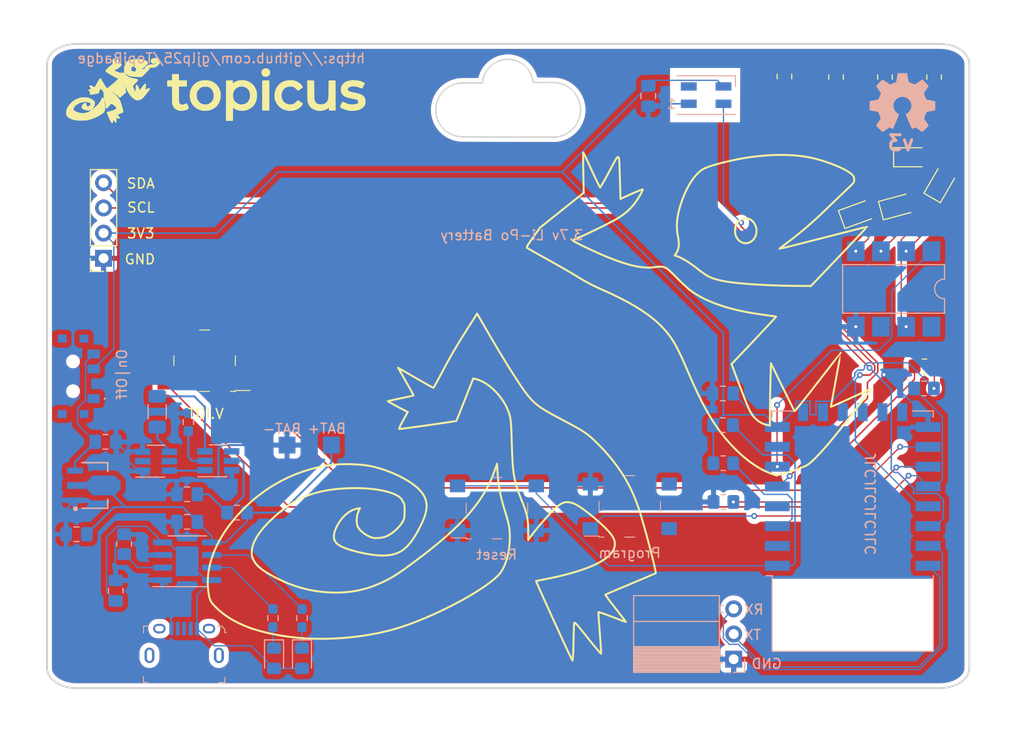
<source format=kicad_pcb>
(kicad_pcb (version 20221018) (generator pcbnew)
  (title_block (title "TopiBadge") (date "2024-07-21") (rev "v3") (comment 1 "Numerous circuitry fixes") (comment 2 "creativecommons.org/licenses/by/4.0") (comment 3 "License: CC BY 4.0") (comment 4 "Author: Robert Postma") (comment 5 "Gerbers for JLCPCB"))
  (layers (0 "F.Cu" signal "Front") (1 "In1.Cu" signal) (2 "In2.Cu" signal) (31 "B.Cu" signal "Back") (34 "B.Paste" user) (35 "F.Paste" user) (36 "B.SilkS" user "B.Silkscreen") (37 "F.SilkS" user "F.Silkscreen") (38 "B.Mask" user) (39 "F.Mask" user) (44 "Edge.Cuts" user))
  (net 0 "")
  (net 2 "+3.3V")
  (net 3 "Net-(J14-NO)")
  (net 8 "BAT-")
  (net 10 "BAT+")
  (net 11 "Net-(U2-GPIO15)")
  (net 14 "VIN")
  (net 15 "Net-(U2-~{RST})")
  (net 17 "/RX")
  (net 18 "/TX")
  (net 19 "/SCL")
  (net 20 "/SDA")
  (net 21 "Net-(D4-A)")
  (net 22 "/BTN")
  (net 24 "Net-(D1-A)")
  (net 25 "Net-(D2-A)")
  (net 26 "Net-(D3-A)")
  (net 27 "/OC")
  (net 28 "/G2")
  (net 29 "Net-(U2-EN)")
  (net 30 "Net-(U2-GPIO0)")
  (net 31 "Net-(D2-K)")
  (net 32 "/SK6812")
  (net 33 "/LC")
  (net 34 "Net-(D1-K)")
  (net 35 "Net-(D3-K)")
  (net 36 "Net-(U5-VCC)")
  (net 37 "Net-(U4-PROG)")
  (net 39 "Net-(D4-K)")
  (net 40 "Net-(D9-K)")
  (net 41 "Net-(U4-~{STDBY})")
  (net 42 "Net-(U5-CS)")
  (net 43 "Net-(D8-K)")
  (net 44 "Net-(U4-~{CHRG})")
  (net 53 "/G1")
  (footprint "LED_SMD:LED_0805_2012Metric_Pad1.15x1.40mm_HandSolder" (layer "F.Cu") (at 187.8838 78.5114 20)
    (fp_text reference "D1" hide)
    (fp_text value "LED" hide)
  )
  (footprint "LED_SMD:LED_0805_2012Metric_Pad1.15x1.40mm_HandSolder" (layer "F.Cu") (at 191.89584 77.76972 15)
    (fp_text reference "D2" hide)
    (fp_text value "LED" hide)
  )
  (footprint "LED_SMD:LED_0805_2012Metric_Pad1.15x1.40mm_HandSolder" (layer "F.Cu") (at 196.1896 75.3618 60)
    (fp_text reference "D3" hide)
    (fp_text value "LED" hide)
  )
  (footprint "LED_SMD:LED_0805_2012Metric_Pad1.15x1.40mm_HandSolder" (layer "F.Cu") (at 193.23304 72.86498)
    (fp_text reference "D4" hide)
    (fp_text value "LED" hide)
  )
  (footprint "Resistor_SMD:R_0805_2012Metric_Pad1.20x1.40mm_HandSolder" (layer "F.Cu") (at 180.3654 64.7192 90)
    (fp_text reference "R1" hide)
    (fp_text value "330R" hide)
  )
  (footprint "Resistor_SMD:R_0805_2012Metric_Pad1.20x1.40mm_HandSolder" (layer "F.Cu") (at 185.5724 64.77 90)
    (fp_text reference "R3" hide)
    (fp_text value "330R" hide)
  )
  (footprint "Resistor_SMD:R_0805_2012Metric_Pad1.20x1.40mm_HandSolder" (layer "F.Cu") (at 195.453 64.77 90)
    (fp_text reference "R5" hide)
    (fp_text value "330R" hide)
  )
  (footprint "Resistor_SMD:R_0805_2012Metric_Pad1.20x1.40mm_HandSolder" (layer "F.Cu") (at 190.5 64.77 90)
    (fp_text reference "R7" hide)
    (fp_text value "330R" hide)
  )
  (footprint "Connector_PinSocket_2.54mm:PinSocket_1x04_P2.54mm_Vertical" (layer "F.Cu") (at 111.7092 83.058 180)
    (fp_text reference "J3" hide)
    (fp_text value "128x32 I2C OLED" hide)
  )
  (footprint "digikey-footprints:Switch_Tactile_SMD_6x6mm_PTS645" (layer "F.Cu") (at 121.9 93.3958 180)
    (fp_text reference "S1" hide)
    (fp_text value "PTS645SM43SMTR92_LFS" hide)
  )
  (footprint "Resistor_SMD:R_0805_2012Metric_Pad1.20x1.40mm_HandSolder" (layer "F.Cu") (at 194.48 93.96)
    (fp_text reference "R2" hide)
    (fp_text value "10k" hide)
  )
  (footprint "Resistor_SMD:R_0805_2012Metric_Pad1.20x1.40mm_HandSolder" (layer "B.Cu") (at 113.79 111.9 90)
    (fp_text reference "R17" hide)
    (fp_text value "5k" hide)
  )
  (footprint "Resistor_SMD:R_0805_2012Metric_Pad1.20x1.40mm_HandSolder" (layer "B.Cu") (at 174.2186 107.6452 180)
    (fp_text reference "R8" hide)
    (fp_text value "10k" hide)
  )
  (footprint "LED_SMD:LED_SK6812MINI_PLCC4_3.5x3.5mm_P1.75mm" (layer "B.Cu") (at 172.47 66.595)
    (fp_text reference "D5" hide)
    (fp_text value "SK6812MINI")
  )
  (footprint "user-footprints:solderpad" (layer "B.Cu") (at 134.68 101.9 180)
    (fp_text reference "J12" hide)
    (fp_text value "Conn_01x01_Female")
  )
  (footprint "Capacitor_SMD:C_0805_2012Metric_Pad1.18x1.45mm_HandSolder" (layer "B.Cu") (at 108.98 110.9)
    (fp_text reference "C9" hide)
    (fp_text value "10uF" hide)
  )
  (footprint "Capacitor_SMD:C_0805_2012Metric_Pad1.18x1.45mm_HandSolder" (layer "B.Cu") (at 174.16 96.7 180)
    (fp_text reference "C1" hide)
    (fp_text value "100nF")
  )
  (footprint "Capacitor_SMD:C_0805_2012Metric_Pad1.18x1.45mm_HandSolder" (layer "B.Cu") (at 111.91 101.58 180)
    (fp_text reference "C10" hide)
    (fp_text value "10uF" hide)
  )
  (footprint "user-footprints:Holtek-HT7333-SOT89-Level_A" (layer "B.Cu") (at 110.830002 105.98)
    (fp_text reference "U7" hide)
    (fp_text value "HT7333-SOT89" hide)
  )
  (footprint "Capacitor_SMD:C_0805_2012Metric_Pad1.18x1.45mm_HandSolder" (layer "B.Cu") (at 112.94 116.6 90)
    (fp_text reference "C6" hide)
    (fp_text value "0.1uF" hide)
  )
  (footprint "LED_SMD:LED_0805_2012Metric_Pad1.15x1.40mm_HandSolder" (layer "B.Cu") (at 128.9 123.4225 -90)
    (fp_text reference "D8" hide)
    (fp_text value "RED" hide)
  )
  (footprint "user-footprints:solderpad" (layer "B.Cu") (at 130.215 101.905 180)
    (fp_text reference "J10" hide)
    (fp_text value "Conn_01x01_Female")
  )
  (footprint "Capacitor_SMD:C_0805_2012Metric_Pad1.18x1.45mm_HandSolder" (layer "B.Cu") (at 120.14 109.65 180)
    (fp_text reference "C7" hide)
    (fp_text value "10uF" hide)
  )
  (footprint "digikey-footprints:Switch_Tactile_SMD_6x6mm_PTS645" (layer "B.Cu") (at 164.77 108.09)
    (fp_text reference "S3" hide)
    (fp_text value "PTS645SM43SMTR92_LFS")
  )
  (footprint "Package_SO:SOIC-8-1EP_3.9x4.9mm_P1.27mm_EP2.29x3mm" (layer "B.Cu") (at 120.14 113.63)
    (fp_text reference "U4" hide)
    (fp_text value "TP4056" hide)
  )
  (footprint "Resistor_SMD:R_0805_2012Metric_Pad1.20x1.40mm_HandSolder" (layer "B.Cu") (at 125.18 108.72 180)
    (fp_text reference "R20" hide)
    (fp_text value "100" hide)
  )
  (footprint "Package_DIP:SMDIP-8_W7.62mm" (layer "B.Cu") (at 191.37 86.15 90)
    (fp_text reference "U3" hide)
    (fp_text value "ATTINY85-20PU")
  )
  (footprint "Resistor_SMD:R_0603_1608Metric_Pad0.98x0.95mm_HandSolder" (layer "B.Cu") (at 131.725 119.3625 90)
    (fp_text reference "R16" hide)
    (fp_text value "1k" hide)
  )
  (footprint "Connector_PinSocket_2.54mm:PinSocket_1x03_P2.54mm_Horizontal" (layer "B.Cu") (at 175.25 123.51)
    (fp_text reference "J1" hide)
    (fp_text value "Conn_01x03")
  )
  (footprint "Resistor_SMD:R_1206_3216Metric_Pad1.30x1.75mm_HandSolder" (layer "B.Cu") (at 117.12 98.54 -90)
    (fp_text reference "R19" hide)
    (fp_text value "0R" hide)
  )
  (footprint "Symbol:OSHW-Symbol_6.7x6mm_SilkScreen" (layer "B.Cu") (at 192.27 67.36 180)
    (fp_text reference "REF**" hide)
    (fp_text value "OSHW-Symbol_6.7x6mm_SilkScreen" hide)
  )
  (footprint "RF_Module:ESP-12E" (layer "B.Cu") (at 187.2488 110.5844)
    (fp_text reference "U2" hide)
    (fp_text value "ESP-12E" hide)
  )
  (footprint "Resistor_SMD:R_0603_1608Metric_Pad0.98x0.95mm_HandSolder" (layer "B.Cu") (at 120.26 99.58 -90)
    (fp_text reference "R18" hide)
    (fp_text value "1k" hide)
  )
  (footprint "Package_TO_SOT_SMD:SOT-23-6_Handsoldering" (layer "B.Cu") (at 117 103.53)
    (fp_text reference "U6" hide)
    (fp_text value "FS8205A" hide)
  )
  (footprint "Resistor_SMD:R_0805_2012Metric_Pad1.20x1.40mm_HandSolder" (layer "B.Cu") (at 194.44 96.19 180)
    (fp_text reference "R9" hide)
    (fp_text value "10k" hide)
  )
  (footprint "Capacitor_SMD:C_0805_2012Metric_Pad1.18x1.45mm_HandSolder" (layer "B.Cu") (at 120.14 106.87 180)
    (fp_text reference "C8" hide)
    (fp_text value "0.1uF" hide)
  )
  (footprint "LED_SMD:LED_0805_2012Metric_Pad1.15x1.40mm_HandSolder" (layer "B.Cu") (at 131.72 123.42 -90)
    (fp_text reference "D9" hide)
    (fp_text value "GREEN" hide)
  )
  (footprint "Package_TO_SOT_SMD:SOT-23-6_Handsoldering" (layer "B.Cu") (at 123.28 103.49)
    (fp_text reference "U5" hide)
    (fp_text value "DW01" hide)
  )
  (footprint "digikey-footprints:Switch_Tactile_SMD_6x6mm_PTS645" (layer "B.Cu") (at 151.375 108.27)
    (fp_text reference "S2" hide)
    (fp_text value "PTS645SM43SMTR92_LFS" hide)
  )
  (footprint "digikey-footprints:USB_Micro_B_Female_10118194-0001LF" (layer "B.Cu") (at 119.84 120.425 180)
    (fp_text reference "J2" hide)
    (fp_text value "USB_B_Micro")
  )
  (footprint "Resistor_SMD:R_0805_2012Metric_Pad1.20x1.40mm_HandSolder" (layer "B.Cu") (at 174.1932 103.7336)
    (fp_text reference "R4" hide)
    (fp_text value "10k" hide)
  )
  (footprint "Resistor_SMD:R_0603_1608Metric_Pad0.98x0.95mm_HandSolder" (layer "B.Cu") (at 128.79 119.36 90)
    (fp_text reference "R15" hide)
    (fp_text value "1k" hide)
  )
  (footprint "Resistor_SMD:R_0805_2012Metric_Pad1.20x1.40mm_HandSolder" (layer "B.Cu") (at 174.1678 99.8982)
    (fp_text reference "R6" hide)
    (fp_text value "10k" hide)
  )
  (footprint "Capacitor_SMD:C_0805_2012Metric_Pad1.18x1.45mm_HandSolder" (layer "B.Cu") (at 166.64 66.69 90)
    (fp_text reference "C3" hide)
    (fp_text value "100nF" hide)
  )
  (footprint "user-footprints:MK12C02" (layer "B.Cu") (at 108.63 94.97 90)
    (fp_text reference "J14" hide)
    (fp_text value "MK-12C02" hide)
  )
  (gr_curve (pts (xy 110.392413 66.182059) (xy 110.332873 66.1536) (xy 110.287487 66.12493) (xy 110.291556 66.118347)) (stroke (width 0.2)) (layer "F.SilkS"))
  (gr_line (start 124.649944 65.420474) (end 124.649944 65.638501) (stroke (width 0.2)) (layer "F.SilkS"))
  (gr_curve (pts (xy 127.884374 64.602273) (xy 127.704333 64.494355) (xy 127.668844 64.260334) (xy 127.808412 64.101372)) (stroke (width 0.2)) (layer "F.SilkS"))
  (gr_curve (pts (xy 126.804665 113.433072) (xy 127.104305 114.087614) (xy 127.655013 114.541672) (xy 129.015779 115.256203)) (stroke (width 0.2)) (layer "F.SilkS"))
  (gr_curve (pts (xy 113.627906 66.518252) (xy 113.393305 66.734993) (xy 113.349813 66.767984) (xy 113.349813 66.729183)) (stroke (width 0.2)) (layer "F.SilkS"))
  (gr_curve (pts (xy 149.918191 95.499039) (xy 149.631362 95.359613) (xy 149.302434 95.236324) (xy 149.187219 95.225061)) (stroke (width 0.2)) (layer "F.SilkS"))
  (gr_curve (pts (xy 124.405241 109.985659) (xy 126.961918 106.611369) (xy 130.607333 104.453572) (xy 134.657046 103.917397)) (stroke (width 0.2)) (layer "F.SilkS"))
  (gr_curve (pts (xy 121.737352 68.072177) (xy 121.350131 68.018779) (xy 120.974637 67.800836) (xy 120.765915 67.508339)) (stroke (width 0.2)) (layer "F.SilkS"))
  (gr_line (start 124.762048 67.725337) (end 124.667881 67.635111) (stroke (width 0.2)) (layer "F.SilkS"))
  (gr_curve (pts (xy 152.8771 101.800669) (xy 152.80941 99.266015) (xy 152.770404 98.986769) (xy 152.361039 98.107348)) (stroke (width 0.2)) (layer "F.SilkS"))
  (gr_line (start 180.368377 104.760676) (end 179.57023 104.974523) (stroke (width 0.2)) (layer "F.SilkS"))
  (gr_curve (pts (xy 150.257804 90.167489) (xy 151.909042 93.019112) (xy 153.388345 95.403809) (xy 154.166202 96.467992)) (stroke (width 0.2)) (layer "F.SilkS"))
  (gr_line (start 119.213509 65.633961) (end 119.218906 66.490439) (stroke (width 0.2)) (layer "F.SilkS"))
  (gr_line (start 121.737352 68.072177) (end 121.737352 68.072177) (stroke (width 0.2)) (layer "F.SilkS"))
  (gr_curve (pts (xy 132.930713 67.215678) (xy 133.061097 67.490895) (xy 133.281734 67.62343) (xy 133.611394 67.624562)) (stroke (width 0.2)) (layer "F.SilkS"))
  (gr_curve (pts (xy 177.092867 79.26751) (xy 176.884728 79.084732) (xy 176.774479 79.044215) (xy 176.4855 79.044215)) (stroke (width 0.2)) (layer "F.SilkS"))
  (gr_line (start 124.667881 69.095728) (end 124.407717 69.095728) (stroke (width 0.2)) (layer "F.SilkS"))
  (gr_curve (pts (xy 131.912861 121.398741) (xy 129.938946 121.272353) (xy 127.715752 120.83046) (xy 126.296985 120.282529)) (stroke (width 0.2)) (layer "F.SilkS"))
  (gr_curve (pts (xy 133.611394 67.624562) (xy 134.023911 67.625885) (xy 134.295562 67.451173) (xy 134.439665 67.09157)) (stroke (width 0.2)) (layer "F.SilkS"))
  (gr_curve (pts (xy 162.729519 74.246823) (xy 163.784869 72.26906) (xy 163.69376 72.194637) (xy 163.778021 75.103309)) (stroke (width 0.2)) (layer "F.SilkS"))
  (gr_curve (pts (xy 116.23763 63.947781) (xy 116.23763 63.956116) (xy 116.231571 63.965614) (xy 116.224189 63.968895)) (stroke (width 0.2)) (layer "F.SilkS"))
  (gr_curve (pts (xy 136.815764 65.191035) (xy 137.082173 65.179764) (xy 137.299169 65.200958) (xy 137.526938 65.260499)) (stroke (width 0.2)) (layer "F.SilkS"))
  (gr_curve (pts (xy 113.006301 68.582868) (xy 113.014662 68.588027) (xy 113.071862 68.657353) (xy 113.133399 68.7369)) (stroke (width 0.2)) (layer "F.SilkS"))
  (gr_curve (pts (xy 153.865764 107.476714) (xy 153.10016 105.619076) (xy 152.957143 104.798004) (xy 152.8771 101.800669)) (stroke (width 0.2)) (layer "F.SilkS"))
  (gr_curve (pts (xy 116.965647 63.653289) (xy 116.860674 63.722988) (xy 116.85893 63.72342) (xy 116.669922 63.726489)) (stroke (width 0.2)) (layer "F.SilkS"))
  (gr_curve (pts (xy 112.184121 65.940756) (xy 112.319675 65.852036) (xy 112.882468 65.385144) (xy 113.035495 65.234458)) (stroke (width 0.2)) (layer "F.SilkS"))
  (gr_curve (pts (xy 138.417812 111.08439) (xy 138.824145 111.284479) (xy 138.928577 111.305228) (xy 139.40722 111.280926)) (stroke (width 0.2)) (layer "F.SilkS"))
  (gr_curve (pts (xy 111.412816 65.0722) (xy 111.429564 65.10001) (xy 111.514238 65.243838) (xy 111.600956 65.391817)) (stroke (width 0.2)) (layer "F.SilkS"))
  (gr_curve (pts (xy 115.910555 65.534253) (xy 115.913994 65.537692) (xy 115.89169 65.671399) (xy 115.860987 65.831401)) (stroke (width 0.2)) (layer "F.SilkS"))
  (gr_poly (pts (xy 119.2149 65.17386) (xy 119.99468 65.21704) (xy 120.00738 65.22974) (xy 120.05056 65.61328) (xy 119.24284 65.62598) (xy 119.18696 66.95694) (xy 119.24284 67.48272) (xy 119.56796 67.65036) (xy 120.05056 67.52336) (xy 120.16486 67.9069) (xy 119.75338 68.06184) (xy 119.1006 68.00596) (xy 118.74754 67.62242) (xy 118.73484 65.66916) (xy 118.237 65.66916) (xy 118.19636 65.21704) (xy 118.70436 65.22974) (xy 118.7196 64.60744) (xy 119.19966 64.55156)) (stroke (width 0.1)) (fill solid) (layer "F.SilkS"))
  (gr_line (start 132.856013 65.212511) (end 132.864983 66.15419) (stroke (width 0.2)) (layer "F.SilkS"))
  (gr_curve (pts (xy 116.933762 63.055526) (xy 116.841102 63.064416) (xy 116.752941 63.114841) (xy 116.74317 63.164508)) (stroke (width 0.2)) (layer "F.SilkS"))
  (gr_curve (pts (xy 131.500777 67.731952) (xy 131.24933 67.983398) (xy 130.784791 68.127596) (xy 130.38074 68.07962)) (stroke (width 0.2)) (layer "F.SilkS"))
  (gr_curve (pts (xy 111.127407 66.354369) (xy 111.118014 66.36482) (xy 110.488906 66.459051) (xy 110.428608 66.459051)) (stroke (width 0.2)) (layer "F.SilkS"))
  (gr_curve (pts (xy 112.130125 68.381747) (xy 112.130125 68.372672) (xy 112.200399 68.351296) (xy 112.286288 68.334239)) (stroke (width 0.2)) (layer "F.SilkS"))
  (gr_curve (pts (xy 162.991963 119.236536) (xy 162.246243 118.943169) (xy 161.625074 118.734173) (xy 161.611592 118.772101)) (stroke (width 0.2)) (layer "F.SilkS"))
  (gr_curve (pts (xy 126.296985 120.282529) (xy 124.924253 119.752382) (xy 123.991337 119.183851) (xy 123.10294 118.336034)) (stroke (width 0.2)) (layer "F.SilkS"))
  (gr_curve (pts (xy 165.290232 77.48025) (xy 164.84562 78.06613) (xy 164.36054 78.506294) (xy 163.651527 78.967204)) (stroke (width 0.2)) (layer "F.SilkS"))
  (gr_curve (pts (xy 159.035235 81.266634) (xy 159.033735 81.358964) (xy 161.57902 82.568356) (xy 162.740676 83.027274)) (stroke (width 0.2)) (layer "F.SilkS"))
  (gr_curve (pts (xy 184.727386 101.856445) (xy 184.235639 102.4304) (xy 183.578633 103.137142) (xy 183.26737 103.426982)) (stroke (width 0.2)) (layer "F.SilkS"))
  (gr_curve (pts (xy 115.806414 65.65721) (xy 115.86026 65.586153) (xy 115.907123 65.530821) (xy 115.910555 65.534253)) (stroke (width 0.2)) (layer "F.SilkS"))
  (gr_line (start 112.441305 63.726399) (end 112.713069 63.505366) (stroke (width 0.2)) (layer "F.SilkS"))
  (gr_curve (pts (xy 112.708095 63.256231) (xy 112.705264 63.11474) (xy 112.709947 63.014675) (xy 112.718651 63.024636)) (stroke (width 0.2)) (layer "F.SilkS"))
  (gr_line (start 113.214431 65.058262) (end 113.286612 65.090472) (stroke (width 0.2)) (layer "F.SilkS"))
  (gr_curve (pts (xy 113.349823 66.729183) (xy 113.349823 66.693618) (xy 113.010852 66.375988) (xy 112.920486 66.326876)) (stroke (width 0.2)) (layer "F.SilkS"))
  (gr_line (start 178.895765 99.928103) (end 178.905165 98.372529) (stroke (width 0.2)) (layer "F.SilkS"))
  (gr_curve (pts (xy 154.526981 110.487063) (xy 154.526981 109.341469) (xy 154.404524 108.783939) (xy 153.865764 107.476714)) (stroke (width 0.2)) (layer "F.SilkS"))
  (gr_line (start 175.029138 93.738796) (end 175.15836 94.068598) (stroke (width 0.2)) (layer "F.SilkS"))
  (gr_curve (pts (xy 109.94479 67.739114) (xy 109.978683 67.773004) (xy 110.040047 67.810813) (xy 110.081159 67.82313)) (stroke (width 0.2)) (layer "F.SilkS"))
  (gr_line (start 119.21513 64.889587) (end 119.21513 65.203481) (stroke (width 0.2)) (layer "F.SilkS"))
  (gr_line (start 111.303334 65.150404) (end 111.382346 65.021635) (stroke (width 0.2)) (layer "F.SilkS"))
  (gr_curve (pts (xy 137.400176 108.626873) (xy 137.200276 109.074317) (xy 137.178317 109.830865) (xy 137.355726 110.160141)) (stroke (width 0.2)) (layer "F.SilkS"))
  (gr_curve (pts (xy 115.098267 64.664466) (xy 114.479113 64.64031) (xy 114.316992 64.605647) (xy 114.139039 64.459322)) (stroke (width 0.2)) (layer "F.SilkS"))
  (gr_line (start 134.5331 67.84744) (end 134.5331 67.639395) (stroke (width 0.2)) (layer "F.SilkS"))
  (gr_curve (pts (xy 124.704086 66.935659) (xy 124.840344 67.468424) (xy 125.384283 67.756121) (xy 125.935114 67.586772)) (stroke (width 0.2)) (layer "F.SilkS"))
  (gr_curve (pts (xy 159.170766 119.876796) (xy 159.143926 119.971966) (xy 159.115316 120.659971) (xy 159.106926 121.405694)) (stroke (width 0.2)) (layer "F.SilkS"))
  (gr_curve (pts (xy 158.870902 123.411785) (xy 158.567784 122.852634) (xy 155.293549 115.667597) (xy 155.326725 115.63442)) (stroke (width 0.2)) (layer "F.SilkS"))
  (gr_curve (pts (xy 113.188406 64.380206) (xy 113.338793 64.432405) (xy 113.381399 64.439462) (xy 113.551198 64.440295)) (stroke (width 0.2)) (layer "F.SilkS"))
  (gr_curve (pts (xy 170.723644 94.69157) (xy 169.524612 91.877231) (xy 169.040258 91.038214) (xy 167.980286 89.939426)) (stroke (width 0.2)) (layer "F.SilkS"))
  (gr_curve (pts (xy 129.589461 66.889624) (xy 129.706521 67.354867) (xy 130.056363 67.6296) (xy 130.533204 67.630746)) (stroke (width 0.2)) (layer "F.SilkS"))
  (gr_curve (pts (xy 130.38074 68.07962) (xy 129.782961 68.008642) (xy 129.346385 67.69156) (xy 129.149779 67.185581)) (stroke (width 0.2)) (layer "F.SilkS"))
  (gr_curve (pts (xy 119.419648 68.074558) (xy 119.056814 68.016797) (xy 118.825632 67.81702) (xy 118.739658 67.486945)) (stroke (width 0.2)) (layer "F.SilkS"))
  (gr_curve (pts (xy 110.723253 67.304334) (xy 110.766216 67.387416) (xy 110.755381 67.512702) (xy 110.693977 67.642888)) (stroke (width 0.2)) (layer "F.SilkS"))
  (gr_curve (pts (xy 156.083417 115.465778) (xy 157.991825 115.116739) (xy 159.724459 114.633522) (xy 160.953202 114.107597)) (stroke (width 0.2)) (layer "F.SilkS"))
  (gr_line (start 114.96842 66.983503) (end 114.968407 66.983384) (stroke (width 0.2)) (layer "F.SilkS"))
  (gr_curve (pts (xy 112.224293 64.316409) (xy 112.103445 64.249621) (xy 112.004567 64.191296) (xy 112.004567 64.186798)) (stroke (width 0.2)) (layer "F.SilkS"))
  (gr_line (start 137.285013 108.320131) (end 137.559294 108.270691) (stroke (width 0.2)) (layer "F.SilkS"))
  (gr_curve (pts (xy 113.883028 64.577929) (xy 114.052761 64.74418) (xy 114.149905 64.810879) (xy 114.323625 64.88044)) (stroke (width 0.2)) (layer "F.SilkS"))
  (gr_line (start 157.928401 78.201392) (end 160.127901 76.442441) (stroke (width 0.2)) (layer "F.SilkS"))
  (gr_curve (pts (xy 112.592612 69.077964) (xy 112.585547 69.19133) (xy 112.577478 69.299709) (xy 112.574673 69.318804)) (stroke (width 0.2)) (layer "F.SilkS"))
  (gr_curve (pts (xy 112.822286 63.243431) (xy 112.870742 63.354119) (xy 112.914425 63.444916) (xy 112.919357 63.445202)) (stroke (width 0.2)) (layer "F.SilkS"))
  (gr_line (start 134.75731 65.212511) (end 135.008424 65.212511) (stroke (width 0.2)) (layer "F.SilkS"))
  (gr_curve (pts (xy 180.172363 96.046271) (xy 180.813972 97.356951) (xy 181.359967 98.454231) (xy 181.385679 98.484664)) (stroke (width 0.2)) (layer "F.SilkS"))
  (gr_curve (pts (xy 122.362112 65.704679) (xy 122.22255 65.644722) (xy 122.214218 65.64342) (xy 121.968418 65.643224)) (stroke (width 0.2)) (layer "F.SilkS"))
  (gr_curve (pts (xy 144.964379 96.120755) (xy 144.996879 96.120755) (xy 145.30276 95.584822) (xy 145.644354 94.929796)) (stroke (width 0.2)) (layer "F.SilkS"))
  (gr_curve (pts (xy 117.118942 63.195555) (xy 117.08385 63.078434) (xy 117.040051 63.045313) (xy 116.933762 63.055526)) (stroke (width 0.2)) (layer "F.SilkS"))
  (gr_line (start 120.022285 65.633961) (end 119.617895 65.633961) (stroke (width 0.2)) (layer "F.SilkS"))
  (gr_line (start 118.470757 65.633961) (end 118.228612 65.633961) (stroke (width 0.2)) (layer "F.SilkS"))
  (gr_curve (pts (xy 185.551448 95.296194) (xy 185.277432 96.777561) (xy 185.052992 98.011981) (xy 185.052709 98.039349)) (stroke (width 0.2)) (layer "F.SilkS"))
  (gr_curve (pts (xy 112.928278 69.271653) (xy 112.925527 69.274669) (xy 112.851761 69.185965) (xy 112.764358 69.074504)) (stroke (width 0.2)) (layer "F.SilkS"))
  (gr_curve (pts (xy 143.596549 95.365761) (xy 144.316451 95.781006) (xy 144.931977 96.120755) (xy 144.964379 96.120755)) (stroke (width 0.2)) (layer "F.SilkS"))
  (gr_curve (pts (xy 120.640383 65.965883) (xy 120.782332 65.675022) (xy 120.974237 65.482783) (xy 121.268885 65.336291)) (stroke (width 0.2)) (layer "F.SilkS"))
  (gr_line (start 124.156684 65.212448) (end 124.403316 65.207447) (stroke (width 0.2)) (layer "F.SilkS"))
  (gr_curve (pts (xy 183.727285 95.5714) (xy 184.989459 93.938671) (xy 186.028337 92.6028) (xy 186.035911 92.6028)) (stroke (width 0.2)) (layer "F.SilkS"))
  (gr_curve (pts (xy 109.800087 67.500581) (xy 109.897615 67.445768) (xy 109.903761 67.450398) (xy 109.892868 67.570508)) (stroke (width 0.2)) (layer "F.SilkS"))
  (gr_curve (pts (xy 178.405904 88.780305) (xy 179.000099 88.856085) (xy 179.499514 88.931297) (xy 179.515713 88.947511)) (stroke (width 0.2)) (layer "F.SilkS"))
  (gr_curve (pts (xy 123.404219 66.97034) (xy 123.368101 67.151183) (xy 123.230629 67.435843) (xy 123.112106 67.575215)) (stroke (width 0.2)) (layer "F.SilkS"))
  (gr_curve (pts (xy 137.355726 110.160141) (xy 137.545119 110.511713) (xy 137.923521 110.841004) (xy 138.417812 111.08439)) (stroke (width 0.2)) (layer "F.SilkS"))
  (gr_curve (pts (xy 113.282847 68.408282) (xy 113.018755 68.518124) (xy 112.960772 68.554729) (xy 113.006301 68.582868)) (stroke (width 0.2)) (layer "F.SilkS"))
  (gr_curve (pts (xy 136.465924 66.311895) (xy 136.546386 66.346355) (xy 136.793526 66.404351) (xy 137.133915 66.46865)) (stroke (width 0.2)) (layer "F.SilkS"))
  (gr_curve (pts (xy 122.120688 67.62443) (xy 122.487088 67.576887) (xy 122.802591 67.28428) (xy 122.893645 66.907562)) (stroke (width 0.2)) (layer "F.SilkS"))
  (gr_line (start 136.613749 68.078752) (end 136.613749 68.078752) (stroke (width 0.2)) (layer "F.SilkS"))
  (gr_line (start 124.407717 69.095728) (end 124.147556 69.095728) (stroke (width 0.2)) (layer "F.SilkS"))
  (gr_curve (pts (xy 133.344823 68.073746) (xy 133.05348 68.036982) (xy 132.742645 67.877996) (xy 132.599664 67.692616)) (stroke (width 0.2)) (layer "F.SilkS"))
  (gr_line (start 131.507143 65.910744) (end 131.324163 66.030201) (stroke (width 0.2)) (layer "F.SilkS"))
  (gr_curve (pts (xy 111.746691 67.541912) (xy 111.788781 67.668293) (xy 111.792874 67.702858) (xy 111.784947 67.86496)) (stroke (width 0.2)) (layer "F.SilkS"))
  (gr_line (start 155.02795 80.938768) (end 155.728897 79.960346) (stroke (width 0.2)) (layer "F.SilkS"))
  (gr_curve (pts (xy 116.278857 65.975692) (xy 116.300446 65.974633) (xy 115.94204 66.44089) (xy 115.74646 66.668416)) (stroke (width 0.2)) (layer "F.SilkS"))
  (gr_curve (pts (xy 152.301771 108.942853) (xy 152.641891 109.995765) (xy 152.73639 110.80017) (xy 152.646615 111.877993)) (stroke (width 0.2)) (layer "F.SilkS"))
  (gr_poly (pts (xy 128.43256 64.16802) (xy 128.38938 64.43726) (xy 128.17856 64.63538) (xy 127.78232 64.56426) (xy 127.7239 64.32296) (xy 127.92202 64.05372) (xy 127.92202 64.02578) (xy 128.2192 63.99784)) (stroke (width 0.1)) (fill solid) (layer "F.SilkS"))
  (gr_curve (pts (xy 110.081159 67.82313) (xy 110.145133 67.842286) (xy 110.167477 67.841095) (xy 110.236197 67.814875)) (stroke (width 0.2)) (layer "F.SilkS"))
  (gr_curve (pts (xy 115.202376 65.953131) (xy 115.279145 66.113106) (xy 115.345031 66.243995) (xy 115.348786 66.243995)) (stroke (width 0.2)) (layer "F.SilkS"))
  (gr_line (start 128.326974 66.629033) (end 128.326974 68.055495) (stroke (width 0.2)) (layer "F.SilkS"))
  (gr_curve (pts (xy 136.456081 65.707272) (xy 136.162399 65.851176) (xy 136.16782 66.184226) (xy 136.465924 66.311895)) (stroke (width 0.2)) (layer "F.SilkS"))
  (gr_line (start 118.712903 65.203481) (end 118.712903 64.889587) (stroke (width 0.2)) (layer "F.SilkS"))
  (gr_curve (pts (xy 114.224311 66.18948) (xy 114.188706 66.12503) (xy 114.099788 65.934409) (xy 114.026718 65.76588)) (stroke (width 0.2)) (layer "F.SilkS"))
  (gr_line (start 134.439665 67.09157) (end 134.488258 66.970311) (stroke (width 0.2)) (layer "F.SilkS"))
  (gr_line (start 178.657579 99.884263) (end 178.895765 99.928103) (stroke (width 0.2)) (layer "F.SilkS"))
  (gr_curve (pts (xy 159.169662 107.825776) (xy 158.32891 107.474469) (xy 157.8523 107.644397) (xy 156.898283 108.635457)) (stroke (width 0.2)) (layer "F.SilkS"))
  (gr_line (start 111.382346 65.021635) (end 111.412816 65.0722) (stroke (width 0.2)) (layer "F.SilkS"))
  (gr_curve (pts (xy 137.941069 65.436584) (xy 137.941069 65.447538) (xy 137.748847 65.809417) (xy 137.732342 65.829528)) (stroke (width 0.2)) (layer "F.SilkS"))
  (gr_curve (pts (xy 108.145252 67.921465) (xy 108.23356 67.738524) (xy 108.341576 67.595953) (xy 108.523668 67.421981)) (stroke (width 0.2)) (layer "F.SilkS"))
  (gr_curve (pts (xy 135.783447 66.338068) (xy 135.750533 66.266315) (xy 135.744318 66.220132) (xy 135.74409 66.045714)) (stroke (width 0.2)) (layer "F.SilkS"))
  (gr_line (start 120.022285 65.203481) (end 120.022285 65.41872) (stroke (width 0.2)) (layer "F.SilkS"))
  (gr_curve (pts (xy 186.035911 92.6028) (xy 186.043511 92.6028) (xy 185.825467 93.814827) (xy 185.551448 95.296194)) (stroke (width 0.2)) (layer "F.SilkS"))
  (gr_curve (pts (xy 116.74317 63.164508) (xy 116.734623 63.207924) (xy 116.815324 63.220857) (xy 116.881438 63.18668)) (stroke (width 0.2)) (layer "F.SilkS"))
  (gr_curve (pts (xy 114.569532 65.660663) (xy 114.569532 65.697014) (xy 114.767591 66.212377) (xy 114.805426 66.27448)) (stroke (width 0.2)) (layer "F.SilkS"))
  (gr_curve (pts (xy 109.892868 67.570508) (xy 109.883502 67.673915) (xy 109.885222 67.679548) (xy 109.94479 67.739114)) (stroke (width 0.2)) (layer "F.SilkS"))
  (gr_curve (pts (xy 186.617968 76.149286) (xy 186.187835 76.552376) (xy 185.206065 77.494325) (xy 184.436262 78.242506)) (stroke (width 0.2)) (layer "F.SilkS"))
  (gr_curve (pts (xy 151.500012 115.0539) (xy 149.927611 116.671947) (xy 144.939066 119.29343) (xy 141.371581 120.376401)) (stroke (width 0.2)) (layer "F.SilkS"))
  (gr_curve (pts (xy 113.884816 64.22861) (xy 113.907518 64.183118) (xy 113.908444 64.154635) (xy 113.890769 64.047841)) (stroke (width 0.2)) (layer "F.SilkS"))
  (gr_line (start 128.066783 68.055495) (end 127.806592 68.055495) (stroke (width 0.2)) (layer "F.SilkS"))
  (gr_curve (pts (xy 129.015779 115.256203) (xy 130.962206 116.278263) (xy 132.988682 116.787082) (xy 135.116315 116.78797)) (stroke (width 0.2)) (layer "F.SilkS"))
  (gr_line (start 115.051336 65.832057) (end 115.062792 65.662263) (stroke (width 0.2)) (layer "F.SilkS"))
  (gr_curve (pts (xy 113.149579 68.843956) (xy 112.963955 68.771082) (xy 112.913652 68.754665) (xy 112.904386 68.76393)) (stroke (width 0.2)) (layer "F.SilkS"))
  (gr_curve (pts (xy 137.491645 67.402887) (xy 137.565578 67.250161) (xy 137.526501 67.105257) (xy 137.387854 67.018021)) (stroke (width 0.2)) (layer "F.SilkS"))
  (gr_line (start 112.713069 63.505366) (end 112.708095 63.256231) (stroke (width 0.2)) (layer "F.SilkS"))
  (gr_poly (pts (xy 128.34874 68.07708) (xy 127.76708 68.08978) (xy 127.76708 65.2018) (xy 128.36144 65.17386)) (stroke (width 0.1)) (fill solid) (layer "F.SilkS"))
  (gr_curve (pts (xy 181.385679 98.484664) (xy 181.411379 98.515274) (xy 182.465116 97.20413) (xy 183.727285 95.5714)) (stroke (width 0.2)) (layer "F.SilkS"))
  (gr_curve (pts (xy 112.993419 64.73879) (xy 112.868821 64.682074) (xy 112.694236 64.591155) (xy 112.605449 64.536754)) (stroke (width 0.2)) (layer "F.SilkS"))
  (gr_line (start 124.147556 69.095728) (end 124.152132 67.154099) (stroke (width 0.2)) (layer "F.SilkS"))
  (gr_curve (pts (xy 172.666163 84.870142) (xy 172.484783 84.778222) (xy 172.042352 84.467614) (xy 171.683013 84.179921)) (stroke (width 0.2)) (layer "F.SilkS"))
  (gr_line (start 151.388981 103.799906) (end 151.437211 104.632525) (stroke (width 0.2)) (layer "F.SilkS"))
  (gr_poly (pts (xy 111.74476 65.67424) (xy 112.24006 66.21018) (xy 112.8776 66.59372) (xy 113.32972 67.31508) (xy 113.6269 68.2498) (xy 113.64214 68.2498) (xy 113.03254 68.47586) (xy 113.04778 68.80352) (xy 112.5093 69.18452) (xy 112.15624 68.3768) (xy 113.04778 68.06692) (xy 113.01984 67.69862) (xy 112.45342 67.35826) (xy 112.014 67.82562) (xy 111.81588 66.2686) (xy 111.57458 65.95618) (xy 111.2774 65.87236) (xy 111.07928 66.35242) (xy 110.44174 66.43878) (xy 110.5408 66.0273) (xy 110.4138 65.70218) (xy 110.86592 65.88506) (xy 111.34852 64.99352)) (stroke (width 0.1)) (fill solid) (layer "F.SilkS"))
  (gr_curve (pts (xy 141.696697 97.183797) (xy 142.379416 97.040893) (xy 142.948704 96.913258) (xy 142.961785 96.900181)) (stroke (width 0.2)) (layer "F.SilkS"))
  (gr_curve (pts (xy 154.426986 82.009009) (xy 154.343986 81.932819) (xy 154.446266 81.750754) (xy 155.02795 80.938768)) (stroke (width 0.2)) (layer "F.SilkS"))
  (gr_curve (pts (xy 108.036257 68.485901) (xy 108.011439 68.311765) (xy 108.047846 68.123255) (xy 108.145252 67.921465)) (stroke (width 0.2)) (layer "F.SilkS"))
  (gr_curve (pts (xy 112.605449 64.536754) (xy 112.516661 64.482351) (xy 112.345142 64.383196) (xy 112.224293 64.316409)) (stroke (width 0.2)) (layer "F.SilkS"))
  (gr_curve (pts (xy 122.246269 116.37878) (xy 122.058804 114.32201) (xy 122.813977 112.085799) (xy 124.405241 109.985659)) (stroke (width 0.2)) (layer "F.SilkS"))
  (gr_curve (pts (xy 113.633787 65.123527) (xy 113.504758 65.007517) (xy 113.257783 64.859134) (xy 112.993419 64.73879)) (stroke (width 0.2)) (layer "F.SilkS"))
  (gr_curve (pts (xy 121.798013 67.623404) (xy 121.958734 67.644094) (xy 121.96882 67.644147) (xy 122.120683 67.624462)) (stroke (width 0.2)) (layer "F.SilkS"))
  (gr_curve (pts (xy 127.808412 64.101372) (xy 127.95261 63.93714) (xy 128.241212 63.953859) (xy 128.359976 64.133326)) (stroke (width 0.2)) (layer "F.SilkS"))
  (gr_curve (pts (xy 112.574673 69.318804) (xy 112.571869 69.337907) (xy 112.470697 69.138586) (xy 112.349849 68.875881)) (stroke (width 0.2)) (layer "F.SilkS"))
  (gr_curve (pts (xy 164.952418 76.556201) (xy 165.567136 76.277915) (xy 166.070085 76.081829) (xy 166.070085 76.120493)) (stroke (width 0.2)) (layer "F.SilkS"))
  (gr_curve (pts (xy 152.646615 111.877993) (xy 152.532284 113.250521) (xy 152.106558 114.429745) (xy 151.500012 115.0539)) (stroke (width 0.2)) (layer "F.SilkS"))
  (gr_line (start 132.864983 66.15419) (end 132.873952 67.095869) (stroke (width 0.2)) (layer "F.SilkS"))
  (gr_line (start 119.21513 64.575696) (end 119.21513 64.889587) (stroke (width 0.2)) (layer "F.SilkS"))
  (gr_curve (pts (xy 121.028763 66.383796) (xy 121.003098 66.506076) (xy 121.003151 66.753567) (xy 121.028906 66.875289)) (stroke (width 0.2)) (layer "F.SilkS"))
  (gr_curve (pts (xy 141.536956 100.28126) (xy 141.479736 100.26879) (xy 141.619956 99.948472) (xy 141.914379 99.418809)) (stroke (width 0.2)) (layer "F.SilkS"))
  (gr_line (start 119.419638 68.074558) (end 119.419638 68.074558) (stroke (width 0.2)) (layer "F.SilkS"))
  (gr_line (start 118.228612 65.41872) (end 118.228612 65.203481) (stroke (width 0.2)) (layer "F.SilkS"))
  (gr_curve (pts (xy 179.875404 82.100417) (xy 179.889014 82.114027) (xy 181.874918 81.615409) (xy 184.288615 80.992471)) (stroke (width 0.2)) (layer "F.SilkS"))
  (gr_line (start 124.649944 65.202446) (end 124.649944 65.420474) (stroke (width 0.2)) (layer "F.SilkS"))
  (gr_line (start 119.617895 65.633961) (end 119.213509 65.633961) (stroke (width 0.2)) (layer "F.SilkS"))
  (gr_curve (pts (xy 182.954782 72.891957) (xy 184.455043 73.194319) (xy 186.512947 74.011472) (xy 187.09229 74.534872)) (stroke (width 0.2)) (layer "F.SilkS"))
  (gr_curve (pts (xy 111.61514 68.324092) (xy 111.29892 68.602439) (xy 110.557174 68.944635) (xy 110.07637 69.033988)) (stroke (width 0.2)) (layer "F.SilkS"))
  (gr_line (start 158.995126 123.641028) (end 158.870902 123.411785) (stroke (width 0.2)) (layer "F.SilkS"))
  (gr_curve (pts (xy 131.696336 65.785678) (xy 131.692923 65.788748) (xy 131.607783 65.84504) (xy 131.507143 65.910744)) (stroke (width 0.2)) (layer "F.SilkS"))
  (gr_curve (pts (xy 129.67436 65.425181) (xy 129.947233 65.248659) (xy 130.238931 65.175885) (xy 130.61392 65.190779)) (stroke (width 0.2)) (layer "F.SilkS"))
  (gr_line (start 112.220396 66.020422) (end 112.140267 65.969458) (stroke (width 0.2)) (layer "F.SilkS"))
  (gr_curve (pts (xy 111.757158 66.201249) (xy 111.727212 66.137259) (xy 111.670046 66.049465) (xy 111.630121 66.006153)) (stroke (width 0.2)) (layer "F.SilkS"))
  (gr_line (start 137.559294 108.270691) (end 137.400176 108.626873) (stroke (width 0.2)) (layer "F.SilkS"))
  (gr_curve (pts (xy 125.582667 65.63785) (xy 125.398938 65.644888) (xy 125.360814 65.652297) (xy 125.233817 65.705793)) (stroke (width 0.2)) (layer "F.SilkS"))
  (gr_curve (pts (xy 125.930486 65.677525) (xy 125.801766 65.634265) (xy 125.770249 65.630672) (xy 125.582667 65.63785)) (stroke (width 0.2)) (layer "F.SilkS"))
  (gr_line (start 118.964017 64.575696) (end 119.21513 64.575696) (stroke (width 0.2)) (layer "F.SilkS"))
  (gr_line (start 185.877446 82.876584) (end 183.036624 85.852199) (stroke (width 0.2)) (layer "F.SilkS"))
  (gr_curve (pts (xy 130.533204 67.630746) (xy 130.826381 67.63154) (xy 131.022921 67.549275) (xy 131.212334 67.346792)) (stroke (width 0.2)) (layer "F.SilkS"))
  (gr_curve (pts (xy 120.065631 67.53684) (xy 120.069653 67.540888) (xy 120.106171 67.619787) (xy 120.146787 67.712145)) (stroke (width 0.2)) (layer "F.SilkS"))
  (gr_curve (pts (xy 113.367997 63.611538) (xy 113.259934 63.762448) (xy 113.129338 63.845554) (xy 112.650304 64.068251)) (stroke (width 0.2)) (layer "F.SilkS"))
  (gr_line (start 125.935114 67.586772) (end 125.935114 67.586772) (stroke (width 0.2)) (layer "F.SilkS"))
  (gr_curve (pts (xy 112.004567 64.186798) (xy 112.004567 64.1823) (xy 112.041688 64.1266) (xy 112.087054 64.063023)) (stroke (width 0.2)) (layer "F.SilkS"))
  (gr_curve (pts (xy 131.202219 65.906302) (xy 131.007596 65.708555) (xy 130.823261 65.634054) (xy 130.528626 65.634054)) (stroke (width 0.2)) (layer "F.SilkS"))
  (gr_curve (pts (xy 110.46189 66.360616) (xy 110.492864 66.306476) (xy 110.514261 66.255793) (xy 110.509438 66.24799)) (stroke (width 0.2)) (layer "F.SilkS"))
  (gr_curve (pts (xy 110.236197 67.814875) (xy 110.341512 67.774653) (xy 110.456402 67.658598) (xy 110.480873 67.567719)) (stroke (width 0.2)) (layer "F.SilkS"))
  (gr_curve (pts (xy 111.188841 67.62982) (xy 111.34653 67.470477) (xy 111.520729 67.21771) (xy 111.574204 67.070654)) (stroke (width 0.2)) (layer "F.SilkS"))
  (gr_curve (pts (xy 117.099696 62.974043) (xy 117.176311 63.038508) (xy 117.313852 63.229109) (xy 117.313852 63.270813)) (stroke (width 0.2)) (layer "F.SilkS"))
  (gr_curve (pts (xy 112.771185 66.539426) (xy 112.933512 66.663759) (xy 113.190589 66.98635) (xy 113.300746 67.203944)) (stroke (width 0.2)) (layer "F.SilkS"))
  (gr_curve (pts (xy 136.135036 66.680021) (xy 135.985679 66.607445) (xy 135.843642 66.469304) (xy 135.783447 66.338068)) (stroke (width 0.2)) (layer "F.SilkS"))
  (gr_curve (pts (xy 112.919357 63.445202) (xy 112.924278 63.445467) (xy 112.976755 63.354924) (xy 113.035945 63.243949)) (stroke (width 0.2)) (layer "F.SilkS"))
  (gr_curve (pts (xy 135.811249 65.702081) (xy 135.970952 65.378802) (xy 136.296855 65.212999) (xy 136.815764 65.191035)) (stroke (width 0.2)) (layer "F.SilkS"))
  (gr_line (start 112.569588 64.105777) (end 112.793798 64.213418) (stroke (width 0.2)) (layer "F.SilkS"))
  (gr_curve (pts (xy 167.381809 114.838481) (xy 167.365939 114.852841) (xy 166.23137 115.334094) (xy 164.860852 115.908061)) (stroke (width 0.2)) (layer "F.SilkS"))
  (gr_curve (pts (xy 145.644354 94.929796) (xy 146.56296 93.168234) (xy 147.357478 91.797883) (xy 148.424824 90.13415)) (stroke (width 0.2)) (layer "F.SilkS"))
  (gr_curve (pts (xy 113.18929 63.571311) (xy 113.19683 63.571311) (xy 113.256216 63.547419) (xy 113.321259 63.518251)) (stroke (width 0.2)) (layer "F.SilkS"))
  (gr_curve (pts (xy 125.935124 67.586772) (xy 126.14864 67.521129) (xy 126.347239 67.35228) (xy 126.459859 67.140647)) (stroke (width 0.2)) (layer "F.SilkS"))
  (gr_line (start 169.303683 82.765451) (end 169.486953 82.488525) (stroke (width 0.2)) (layer "F.SilkS"))
  (gr_line (start 128.071374 65.207545) (end 128.326974 65.202572) (stroke (width 0.2)) (layer "F.SilkS"))
  (gr_curve (pts (xy 110.291556 66.118347) (xy 110.295631 66.111759) (xy 110.355247 66.095752) (xy 110.424046 66.082774)) (stroke (width 0.2)) (layer "F.SilkS"))
  (gr_line (start 110.437625 65.760173) (end 110.400543 65.698048) (stroke (width 0.2)) (layer "F.SilkS"))
  (gr_curve (pts (xy 114.99553 66.413559) (xy 115.03572 66.42573) (xy 115.035897 66.424909) (xy 115.037895 66.213814)) (stroke (width 0.2)) (layer "F.SilkS"))
  (gr_line (start 127.884406 64.602273) (end 127.884406 64.602273) (stroke (width 0.2)) (layer "F.SilkS"))
  (gr_curve (pts (xy 110.428608 66.459051) (xy 110.413897 66.459051) (xy 110.425909 66.423494) (xy 110.46189 66.360616)) (stroke (width 0.2)) (layer "F.SilkS"))
  (gr_curve (pts (xy 116.080684 63.974605) (xy 116.167005 63.951506) (xy 116.23763 63.939449) (xy 116.23763 63.947781)) (stroke (width 0.2)) (layer "F.SilkS"))
  (gr_curve (pts (xy 112.920486 66.326876) (xy 112.868337 66.298534) (xy 112.707513 66.229454) (xy 112.563098 66.173365)) (stroke (width 0.2)) (layer "F.SilkS"))
  (gr_curve (pts (xy 112.087054 64.063023) (xy 112.145341 63.981341) (xy 112.24927 63.882585) (xy 112.441305 63.726399)) (stroke (width 0.2)) (layer "F.SilkS"))
  (gr_curve (pts (xy 110.449076 67.343416) (xy 110.387886 67.250029) (xy 110.032854 67.180623) (xy 109.729179 67.202682)) (stroke (width 0.2)) (layer "F.SilkS"))
  (gr_curve (pts (xy 162.740676 83.027274) (xy 164.773015 83.830159) (xy 166.124431 84.111417) (xy 167.226329 83.960837)) (stroke (width 0.2)) (layer "F.SilkS"))
  (gr_curve (pts (xy 111.166023 65.371367) (xy 111.198088 65.32066) (xy 111.259879 65.221228) (xy 111.303334 65.150404)) (stroke (width 0.2)) (layer "F.SilkS"))
  (gr_curve (pts (xy 183.26737 103.426982) (xy 182.764779 103.894978) (xy 182.61553 103.987146) (xy 181.933998 104.250394)) (stroke (width 0.2)) (layer "F.SilkS"))
  (gr_curve (pts (xy 112.91415 69.019719) (xy 112.92468 69.155254) (xy 112.93103 69.268626) (xy 112.928278 69.271653)) (stroke (width 0.2)) (layer "F.SilkS"))
  (gr_line (start 124.667881 67.635111) (end 124.667881 68.36542) (stroke (width 0.2)) (layer "F.SilkS"))
  (gr_curve (pts (xy 110.570776 66.045801) (xy 110.591652 66.032889) (xy 110.560457 65.965966) (xy 110.437625 65.760173)) (stroke (width 0.2)) (layer "F.SilkS"))
  (gr_curve (pts (xy 167.226329 83.960837) (xy 168.27609 83.817366) (xy 168.373942 83.861817) (xy 169.462336 84.976003)) (stroke (width 0.2)) (layer "F.SilkS"))
  (gr_line (start 135.008424 65.212511) (end 135.013027 66.633996) (stroke (width 0.2)) (layer "F.SilkS"))
  (gr_curve (pts (xy 123.112106 67.575215) (xy 122.92671 67.793224) (xy 122.647143 67.966468) (xy 122.366632 68.03717)) (stroke (width 0.2)) (layer "F.SilkS"))
  (gr_curve (pts (xy 113.595727 68.273882) (xy 113.584112 68.281052) (xy 113.443314 68.341541) (xy 113.282847 68.408282)) (stroke (width 0.2)) (layer "F.SilkS"))
  (gr_curve (pts (xy 116.784717 62.971661) (xy 116.970187 62.912625) (xy 117.027226 62.913056) (xy 117.099696 62.974043)) (stroke (width 0.2)) (layer "F.SilkS"))
  (gr_line (start 141.645787 94.514127) (end 141.419658 94.116786) (stroke (width 0.2)) (layer "F.SilkS"))
  (gr_curve (pts (xy 132.386582 67.262909) (xy 132.360652 67.165349) (xy 132.355538 67.015097) (xy 132.34954 66.176129)) (stroke (width 0.2)) (layer "F.SilkS"))
  (gr_line (start 134.497227 66.091412) (end 134.506197 65.212511) (stroke (width 0.2)) (layer "F.SilkS"))
  (gr_curve (pts (xy 115.024994 65.155115) (xy 114.977639 65.206481) (xy 114.855787 65.336257) (xy 114.754214 65.443508)) (stroke (width 0.2)) (layer "F.SilkS"))
  (gr_line (start 179.57023 104.974523) (end 179.090124 104.806829) (stroke (width 0.2)) (layer "F.SilkS"))
  (gr_curve (pts (xy 117.313852 63.270813) (xy 117.313852 63.357273) (xy 117.164654 63.521159) (xy 116.965647 63.653289)) (stroke (width 0.2)) (layer "F.SilkS"))
  (gr_curve (pts (xy 125.108375 67.967492) (xy 124.972191 67.905743) (xy 124.891324 67.849199) (xy 124.762048 67.725337)) (stroke (width 0.2)) (layer "F.SilkS"))
  (gr_curve (pts (xy 113.321259 63.518251) (xy 113.462179 63.455024) (xy 113.469547 63.469726) (xy 113.367997 63.611538)) (stroke (width 0.2)) (layer "F.SilkS"))
  (gr_curve (pts (xy 176.4855 79.044215) (xy 175.817975 79.044215) (xy 175.377547 79.539348) (xy 175.378242 80.288995)) (stroke (width 0.2)) (layer "F.SilkS"))
  (gr_curve (pts (xy 138.027752 67.266279) (xy 138.022275 67.430652) (xy 138.014788 67.468307) (xy 137.96898 67.562237)) (stroke (width 0.2)) (layer "F.SilkS"))
  (gr_line (start 119.21513 65.203481) (end 119.618707 65.203481) (stroke (width 0.2)) (layer "F.SilkS"))
  (gr_curve (pts (xy 135.74409 66.045714) (xy 135.743825 65.842188) (xy 135.744884 65.836193) (xy 135.811249 65.702081)) (stroke (width 0.2)) (layer "F.SilkS"))
  (gr_curve (pts (xy 139.40722 111.280926) (xy 139.80757 111.260516) (xy 140.049366 111.201406) (xy 140.367254 111.045764)) (stroke (width 0.2)) (layer "F.SilkS"))
  (gr_poly (pts (xy 114.91468 63.72352) (xy 114.9096 63.7286) (xy 114.62766 63.64986) (xy 114.68608 63.06312) (xy 115.26012 63.01486)) (stroke (width 0.1)) (fill solid) (layer "F.SilkS"))
  (gr_curve (pts (xy 115.348786 66.243995) (xy 115.355189 66.243995) (xy 115.586884 65.946921) (xy 115.806414 65.65721)) (stroke (width 0.2)) (layer "F.SilkS"))
  (gr_curve (pts (xy 176.000885 96.303935) (xy 176.393196 97.351975) (xy 176.825888 98.395378) (xy 176.962423 98.622604)) (stroke (width 0.2)) (layer "F.SilkS"))
  (gr_line (start 124.152132 67.154099) (end 124.156684 65.212448) (stroke (width 0.2)) (layer "F.SilkS"))
  (gr_curve (pts (xy 136.613752 68.078746) (xy 136.362625 68.058982) (xy 136.020016 67.96642) (xy 135.824537 67.865503)) (stroke (width 0.2)) (layer "F.SilkS"))
  (gr_line (start 113.245286 68.881532) (end 113.149579 68.843956) (stroke (width 0.2)) (layer "F.SilkS"))
  (gr_line (start 149.187219 95.225061) (end 148.977757 95.204651) (stroke (width 0.2)) (layer "F.SilkS"))
  (gr_curve (pts (xy 116.881438 63.18668) (xy 116.932765 63.160137) (xy 116.937181 63.160164) (xy 116.937181 63.186945)) (stroke (width 0.2)) (layer "F.SilkS"))
  (gr_line (start 178.932401 85.780669) (end 178.932431 85.780796) (stroke (width 0.2)) (layer "F.SilkS"))
  (gr_line (start 113.349813 66.729183) (end 113.349813 66.729183) (stroke (width 0.2)) (layer "F.SilkS"))
  (gr_line (start 128.326974 65.202572) (end 128.326974 66.629033) (stroke (width 0.2)) (layer "F.SilkS"))
  (gr_curve (pts (xy 160.9247 74.160748) (xy 161.363118 75.119444) (xy 161.749344 75.904327) (xy 161.782982 75.904936)) (stroke (width 0.2)) (layer "F.SilkS"))
  (gr_line (start 134.506197 65.212511) (end 134.75731 65.212511) (stroke (width 0.2)) (layer "F.SilkS"))
  (gr_line (start 113.857879 64.282609) (end 113.884816 64.22861) (stroke (width 0.2)) (layer "F.SilkS"))
  (gr_curve (pts (xy 131.696336 67.473827) (xy 131.709089 67.484463) (xy 131.586627 67.646102) (xy 131.500777 67.731952)) (stroke (width 0.2)) (layer "F.SilkS"))
  (gr_curve (pts (xy 122.650522 65.329486) (xy 122.935126 65.465001) (xy 123.145504 65.674881) (xy 123.28726 65.964714)) (stroke (width 0.2)) (layer "F.SilkS"))
  (gr_curve (pts (xy 159.639872 80.958754) (xy 159.307841 81.094892) (xy 159.03576 81.23345) (xy 159.035235 81.266634)) (stroke (width 0.2)) (layer "F.SilkS"))
  (gr_line (start 127.806592 68.055495) (end 127.811198 66.634004) (stroke (width 0.2)) (layer "F.SilkS"))
  (gr_curve (pts (xy 141.349359 98.031239) (xy 140.780937 97.731636) (xy 140.347259 97.476854) (xy 140.385628 97.465069)) (stroke (width 0.2)) (layer "F.SilkS"))
  (gr_line (start 113.133399 68.7369) (end 113.245286 68.881532) (stroke (width 0.2)) (layer "F.SilkS"))
  (gr_curve (pts (xy 141.847907 107.511807) (xy 141.671138 107.221615) (xy 141.534622 107.104064) (xy 141.151654 106.912442)) (stroke (width 0.2)) (layer "F.SilkS"))
  (gr_curve (pts (xy 111.784947 67.86496) (xy 111.773332 68.102456) (xy 111.728154 68.224614) (xy 111.61514 68.324092)) (stroke (width 0.2)) (layer "F.SilkS"))
  (gr_line (start 124.403316 65.207447) (end 124.649944 65.202446) (stroke (width 0.2)) (layer "F.SilkS"))
  (gr_curve (pts (xy 130.61392 65.190779) (xy 130.742166 65.195858) (xy 130.895527 65.213003) (xy 130.954717 65.228817)) (stroke (width 0.2)) (layer "F.SilkS"))
  (gr_line (start 130.38074 68.07962) (end 130.38074 68.07962) (stroke (width 0.2)) (layer "F.SilkS"))
  (gr_curve (pts (xy 137.879294 66.787341) (xy 137.998995 66.919792) (xy 138.035393 67.037214) (xy 138.027752 67.266279)) (stroke (width 0.2)) (layer "F.SilkS"))
  (gr_line (start 131.912969 121.398734) (end 131.912861 121.398741) (stroke (width 0.2)) (layer "F.SilkS"))
  (gr_curve (pts (xy 113.49558 65.257284) (xy 113.714954 65.473152) (xy 113.843853 65.779863) (xy 113.86533 66.137095)) (stroke (width 0.2)) (layer "F.SilkS"))
  (gr_line (start 113.551198 64.440295) (end 113.743592 64.441354) (stroke (width 0.2)) (layer "F.SilkS"))
  (gr_line (start 113.035495 65.234458) (end 113.214431 65.058262) (stroke (width 0.2)) (layer "F.SilkS"))
  (gr_curve (pts (xy 132.599664 67.692616) (xy 132.506689 67.572072) (xy 132.424901 67.407141) (xy 132.386582 67.262909)) (stroke (width 0.2)) (layer "F.SilkS"))
  (gr_curve (pts (xy 112.12042 67.723591) (xy 112.082352 67.772914) (xy 112.045656 67.820031) (xy 112.038877 67.828289)) (stroke (width 0.2)) (layer "F.SilkS"))
  (gr_curve (pts (xy 112.025887 67.727623) (xy 112.025094 67.595932) (xy 112.00517 67.511096) (xy 111.931034 67.324477)) (stroke (width 0.2)) (layer "F.SilkS"))
  (gr_curve (pts (xy 127.08934 66.64431) (xy 127.08934 67.064971) (xy 126.954405 67.417343) (xy 126.693362 67.678387)) (stroke (width 0.2)) (layer "F.SilkS"))
  (gr_line (start 115.098275 64.664453) (end 115.098275 64.664453) (stroke (width 0.2)) (layer "F.SilkS"))
  (gr_curve (pts (xy 109.457049 68.505734) (xy 109.729917 68.540728) (xy 110.058847 68.47537) (xy 110.29821 68.338594)) (stroke (width 0.2)) (layer "F.SilkS"))
  (gr_curve (pts (xy 135.743455 67.558734) (xy 135.799798 67.452141) (xy 135.848757 67.361969) (xy 135.852254 67.358352)) (stroke (width 0.2)) (layer "F.SilkS"))
  (gr_line (start 134.5331 67.639395) (end 134.396315 67.767136) (stroke (width 0.2)) (layer "F.SilkS"))
  (gr_curve (pts (xy 170.000061 77.342823) (xy 170.588095 75.65345) (xy 171.419346 74.436343) (xy 172.287658 73.993364)) (stroke (width 0.2)) (layer "F.SilkS"))
  (gr_line (start 112.764358 69.074504) (end 112.605444 68.871846) (stroke (width 0.2)) (layer "F.SilkS"))
  (gr_line (start 113.86533 66.137095) (end 113.874537 66.290392) (stroke (width 0.2)) (layer "F.SilkS"))
  (gr_line (start 112.140267 65.969458) (end 112.184121 65.940756) (stroke (width 0.2)) (layer "F.SilkS"))
  (gr_curve (pts (xy 161.747088 120.852826) (xy 161.835118 121.9593) (xy 161.894717 122.901737) (xy 161.879599 122.947137)) (stroke (width 0.2)) (layer "F.SilkS"))
  (gr_line (start 118.228612 65.203481) (end 118.470757 65.203481) (stroke (width 0.2)) (layer "F.SilkS"))
  (gr_line (start 132.599296 65.207537) (end 132.856013 65.212511) (stroke (width 0.2)) (layer "F.SilkS"))
  (gr_line (start 110.400543 65.698048) (end 110.462667 65.73491) (stroke (width 0.2)) (layer "F.SilkS"))
  (gr_curve (pts (xy 112.793798 64.213418) (xy 112.917113 64.272621) (xy 113.094685 64.347675) (xy 113.188406 64.380206)) (stroke (width 0.2)) (layer "F.SilkS"))
  (gr_curve (pts (xy 126.65885 112.569533) (xy 126.62748 112.958632) (xy 126.65125 113.097665) (xy 126.804665 113.433072)) (stroke (width 0.2)) (layer "F.SilkS"))
  (gr_curve (pts (xy 123.40442 66.288744) (xy 123.441293 66.472063) (xy 123.4412 66.785187) (xy 123.404219 66.97034)) (stroke (width 0.2)) (layer "F.SilkS"))
  (gr_line (start 148.977757 95.204651) (end 148.142743 97.324063) (stroke (width 0.2)) (layer "F.SilkS"))
  (gr_curve (pts (xy 135.259742 110.061601) (xy 135.73374 109.127113) (xy 136.509723 108.459868) (xy 137.285013 108.320131)) (stroke (width 0.2)) (layer "F.SilkS"))
  (gr_line (start 134.775352 68.055482) (end 134.5331 68.055482) (stroke (width 0.2)) (layer "F.SilkS"))
  (gr_curve (pts (xy 111.826635 66.679793) (xy 111.812083 66.32894) (xy 111.809887 66.313948) (xy 111.757158 66.201249)) (stroke (width 0.2)) (layer "F.SilkS"))
  (gr_curve (pts (xy 148.142743 97.324063) (xy 147.683488 98.489737) (xy 147.296729 99.454473) (xy 147.283282 99.467924)) (stroke (width 0.2)) (layer "F.SilkS"))
  (gr_curve (pts (xy 119.218906 66.490439) (xy 119.224886 67.437288) (xy 119.222848 67.420063) (xy 119.343266 67.537784)) (stroke (width 0.2)) (layer "F.SilkS"))
  (gr_curve (pts (xy 115.972636 63.833574) (xy 115.951655 63.840162) (xy 115.955941 63.830796) (xy 115.985866 63.804456)) (stroke (width 0.2)) (layer "F.SilkS"))
  (gr_curve (pts (xy 115.354077 64.051239) (xy 115.257798 64.125796) (xy 115.182545 64.19032) (xy 115.186847 64.194622)) (stroke (width 0.2)) (layer "F.SilkS"))
  (gr_line (start 133.344829 68.073727) (end 133.344829 68.073727) (stroke (width 0.2)) (layer "F.SilkS"))
  (gr_curve (pts (xy 141.371581 120.376401) (xy 138.568434 121.227339) (xy 135.096582 121.602597) (xy 131.912969 121.398734)) (stroke (width 0.2)) (layer "F.SilkS"))
  (gr_curve (pts (xy 112.349851 68.875881) (xy 112.229003 68.613179) (xy 112.130125 68.390817) (xy 112.130125 68.381747)) (stroke (width 0.2)) (layer "F.SilkS"))
  (gr_curve (pts (xy 116.005506 63.463689) (xy 115.997833 63.463689) (xy 115.887501 63.565387) (xy 115.760337 63.689683)) (stroke (width 0.2)) (layer "F.SilkS"))
  (gr_curve (pts (xy 159.106926 121.405694) (xy 159.098626 122.151414) (xy 159.069886 122.959435) (xy 159.043396 123.201291)) (stroke (width 0.2)) (layer "F.SilkS"))
  (gr_line (start 112.650304 64.068251) (end 112.569588 64.105777) (stroke (width 0.2)) (layer "F.SilkS"))
  (gr_line (start 135.013027 66.633996) (end 135.017605 68.055482) (stroke (width 0.2)) (layer "F.SilkS"))
  (gr_line (start 124.649944 65.638501) (end 124.782669 65.512425) (stroke (width 0.2)) (layer "F.SilkS"))
  (gr_curve (pts (xy 113.098707 67.919406) (xy 113.098707 67.832578) (xy 113.06456 67.774147) (xy 112.952461 67.669153)) (stroke (width 0.2)) (layer "F.SilkS"))
  (gr_poly (pts (xy 115.3414 63.82258) (xy 115.39982 64.1731) (xy 116.078 64.0461) (xy 115.53698 64.63284) (xy 114.95024 64.62776) (xy 114.90452 64.24676) (xy 114.96802 64.20104) (xy 115.02898 64.0588) (xy 115.05438 63.89624) (xy 114.9604 63.81496) (xy 115.00612 63.7413)) (stroke (width 0.1)) (fill solid) (layer "F.SilkS"))
  (gr_line (start 160.127901 76.442441) (end 160.084061 74.390331) (stroke (width 0.2)) (layer "F.SilkS"))
  (gr_curve (pts (xy 115.486787 64.680566) (xy 115.460752 64.678979) (xy 115.285926 64.671782) (xy 115.098275 64.664453)) (stroke (width 0.2)) (layer "F.SilkS"))
  (gr_curve (pts (xy 135.493996 112.031854) (xy 134.824778 111.606313) (xy 134.75858 111.049604) (xy 135.259742 110.061601)) (stroke (width 0.2)) (layer "F.SilkS"))
  (gr_curve (pts (xy 122.031195 65.191157) (xy 122.30999 65.201502) (xy 122.445083 65.231668) (xy 122.650522 65.329486)) (stroke (width 0.2)) (layer "F.SilkS"))
  (gr_curve (pts (xy 120.765915 67.508339) (xy 120.572838 67.237765) (xy 120.50058 66.998442) (xy 120.50058 66.629543)) (stroke (width 0.2)) (layer "F.SilkS"))
  (gr_curve (pts (xy 135.824537 67.865503) (xy 135.619839 67.759828) (xy 135.625615 67.78168) (xy 135.743455 67.558734)) (stroke (width 0.2)) (layer "F.SilkS"))
  (gr_line (start 122.120683 67.624462) (end 122.120683 67.624462) (stroke (width 0.2)) (layer "F.SilkS"))
  (gr_curve (pts (xy 141.851384 109.666795) (xy 142.048751 109.310499) (xy 142.067762 109.214579) (xy 142.067762 108.574504)) (stroke (width 0.2)) (layer "F.SilkS"))
  (gr_curve (pts (xy 108.909719 69.044166) (xy 108.574269 68.983183) (xy 108.327074 68.875995) (xy 108.160532 68.719308)) (stroke (width 0.2)) (layer "F.SilkS"))
  (gr_poly (pts (xy 115.951 63.20028) (xy 116.04244 63.373) (xy 115.4049 63.97244) (xy 114.93754 63.76924) (xy 114.91468 63.78702) (xy 115.27282 63.04026)) (stroke (width 0.1)) (fill solid) (layer "F.SilkS"))
  (gr_curve (pts (xy 112.481482 67.38131) (xy 112.421582 67.392555) (xy 112.251402 67.553876) (xy 112.12042 67.723591)) (stroke (width 0.2)) (layer "F.SilkS"))
  (gr_line (start 135.017605 68.055482) (end 134.775352 68.055482) (stroke (width 0.2)) (layer "F.SilkS"))
  (gr_curve (pts (xy 181.933998 104.250394) (xy 181.511907 104.413443) (xy 180.807377 104.643057) (xy 180.368377 104.760676)) (stroke (width 0.2)) (layer "F.SilkS"))
  (gr_curve (pts (xy 116.937181 63.186945) (xy 116.937181 63.23461) (xy 116.821142 63.338072) (xy 116.767683 63.338072)) (stroke (width 0.2)) (layer "F.SilkS"))
  (gr_line (start 112.349849 68.875881) (end 112.349849 68.875881) (stroke (width 0.2)) (layer "F.SilkS"))
  (gr_curve (pts (xy 125.233817 65.705793) (xy 124.978838 65.813174) (xy 124.761051 66.075061) (xy 124.695513 66.353099)) (stroke (width 0.2)) (layer "F.SilkS"))
  (gr_line (start 151.119689 104.559236) (end 151.388981 103.799906) (stroke (width 0.2)) (layer "F.SilkS"))
  (gr_curve (pts (xy 176.972602 81.389888) (xy 177.690176 80.952382) (xy 177.752821 79.846945) (xy 177.092867 79.26751)) (stroke (width 0.2)) (layer "F.SilkS"))
  (gr_curve (pts (xy 130.954717 65.228817) (xy 131.137129 65.277593) (xy 131.378455 65.407237) (xy 131.488575 65.51561)) (stroke (width 0.2)) (layer "F.SilkS"))
  (gr_curve (pts (xy 124.782669 65.512425) (xy 125.038147 65.269746) (xy 125.327029 65.172906) (xy 125.742769 65.190576)) (stroke (width 0.2)) (layer "F.SilkS"))
  (gr_curve (pts (xy 152.361039 98.107348) (xy 151.862248 97.035788) (xy 150.844852 95.94948) (xy 149.918191 95.499039)) (stroke (width 0.2)) (layer "F.SilkS"))
  (gr_line (start 113.874537 66.290392) (end 113.627906 66.518252) (stroke (width 0.2)) (layer "F.SilkS"))
  (gr_curve (pts (xy 136.990424 65.621647) (xy 136.744514 65.610058) (xy 136.610744 65.63149) (xy 136.456081 65.707272)) (stroke (width 0.2)) (layer "F.SilkS"))
  (gr_line (start 113.143567 63.042175) (end 113.159575 63.306743) (stroke (width 0.2)) (layer "F.SilkS"))
  (gr_line (start 141.419658 94.116786) (end 141.853646 94.363778) (stroke (width 0.2)) (layer "F.SilkS"))
  (gr_curve (pts (xy 116.669922 63.726489) (xy 116.507815 63.729135) (xy 116.110879 63.790079) (xy 115.972636 63.833574)) (stroke (width 0.2)) (layer "F.SilkS"))
  (gr_curve (pts (xy 137.526938 65.260499) (xy 137.664461 65.29645) (xy 137.941069 65.414063) (xy 137.941069 65.436584)) (stroke (width 0.2)) (layer "F.SilkS"))
  (gr_curve (pts (xy 142.067762 108.574504) (xy 142.067762 107.923927) (xy 142.051892 107.846511) (xy 141.847907 107.511807)) (stroke (width 0.2)) (layer "F.SilkS"))
  (gr_curve (pts (xy 164.374234 119.749108) (xy 164.359874 119.760448) (xy 163.737686 119.529896) (xy 162.991963 119.236536)) (stroke (width 0.2)) (layer "F.SilkS"))
  (gr_curve (pts (xy 125.742769 65.190576) (xy 126.148214 65.207799) (xy 126.418248 65.320292) (xy 126.676794 65.57965)) (stroke (width 0.2)) (layer "F.SilkS"))
  (gr_curve (pts (xy 175.48789 102.386987) (xy 173.601619 100.514476) (xy 172.327982 98.457245) (xy 170.723644 94.69157)) (stroke (width 0.2)) (layer "F.SilkS"))
  (gr_line (start 131.324163 66.030201) (end 131.202219 65.906302) (stroke (width 0.2)) (layer "F.SilkS"))
  (gr_curve (pts (xy 126.693362 67.678387) (xy 126.296079 68.075669) (xy 125.619238 68.199127) (xy 125.108375 67.967492)) (stroke (width 0.2)) (layer "F.SilkS"))
  (gr_curve (pts (xy 112.563098 66.173365) (xy 112.418683 66.117276) (xy 112.264465 66.048452) (xy 112.220396 66.020422)) (stroke (width 0.2)) (layer "F.SilkS"))
  (gr_curve (pts (xy 179.515713 88.947511) (xy 179.531963 88.963761) (xy 178.52906 90.048378) (xy 177.287153 91.357883)) (stroke (width 0.2)) (layer "F.SilkS"))
  (gr_curve (pts (xy 164.860852 115.908061) (xy 163.490335 116.482031) (xy 162.347122 116.972638) (xy 162.320382 116.9983)) (stroke (width 0.2)) (layer "F.SilkS"))
  (gr_curve (pts (xy 135.946772 67.406019) (xy 136.08681 67.492186) (xy 136.364766 67.587648) (xy 136.565225 67.618419)) (stroke (width 0.2)) (layer "F.SilkS"))
  (gr_curve (pts (xy 112.952461 67.669153) (xy 112.72108 67.452438) (xy 112.575761 67.363622) (xy 112.481482 67.38131)) (stroke (width 0.2)) (layer "F.SilkS"))
  (gr_curve (pts (xy 184.288615 80.992471) (xy 186.70231 80.369533) (xy 188.68641 79.869105) (xy 188.69771 79.880409)) (stroke (width 0.2)) (layer "F.SilkS"))
  (gr_curve (pts (xy 112.448152 66.349564) (xy 112.583992 66.421951) (xy 112.729357 66.507391) (xy 112.771185 66.539426)) (stroke (width 0.2)) (layer "F.SilkS"))
  (gr_curve (pts (xy 121.574725 65.704478) (xy 121.306734 65.819987) (xy 121.090712 66.088772) (xy 121.028763 66.383796)) (stroke (width 0.2)) (layer "F.SilkS"))
  (gr_curve (pts (xy 120.085332 67.975352) (xy 119.900206 68.065927) (xy 119.623986 68.107091) (xy 119.419638 68.074558)) (stroke (width 0.2)) (layer "F.SilkS"))
  (gr_line (start 134.5331 68.055482) (end 134.5331 67.84744) (stroke (width 0.2)) (layer "F.SilkS"))
  (gr_curve (pts (xy 180.34334 81.7143) (xy 180.072423 81.913103) (xy 179.861836 82.086848) (xy 179.875404 82.100417)) (stroke (width 0.2)) (layer "F.SilkS"))
  (gr_curve (pts (xy 115.760337 63.689683) (xy 115.633173 63.813979) (xy 115.450357 63.976679) (xy 115.354077 64.051239)) (stroke (width 0.2)) (layer "F.SilkS"))
  (gr_curve (pts (xy 167.980286 89.939426) (xy 166.783207 88.698516) (xy 164.840643 87.486535) (xy 162.149094 86.301298)) (stroke (width 0.2)) (layer "F.SilkS"))
  (gr_line (start 128.326974 68.055495) (end 128.066783 68.055495) (stroke (width 0.2)) (layer "F.SilkS"))
  (gr_curve (pts (xy 109.426379 66.941892) (xy 109.666954 66.892222) (xy 109.993008 66.900596) (xy 110.18399 66.961366)) (stroke (width 0.2)) (layer "F.SilkS"))
  (gr_curve (pts (xy 113.933222 63.634088) (xy 114.022836 63.369341) (xy 114.144812 63.215755) (xy 114.303062 63.168414)) (stroke (width 0.2)) (layer "F.SilkS"))
  (gr_curve (pts (xy 122.893388 66.351522) (xy 122.823041 66.063573) (xy 122.618862 65.814978) (xy 122.362112 65.704679)) (stroke (width 0.2)) (layer "F.SilkS"))
  (gr_line (start 132.34954 66.176129) (end 132.342581 65.202563) (stroke (width 0.2)) (layer "F.SilkS"))
  (gr_curve (pts (xy 129.149779 67.185581) (xy 128.895816 66.531992) (xy 129.118476 65.784779) (xy 129.67436 65.425181)) (stroke (width 0.2)) (layer "F.SilkS"))
  (gr_line (start 132.873952 67.095869) (end 132.930713 67.215678) (stroke (width 0.2)) (layer "F.SilkS"))
  (gr_curve (pts (xy 110.509438 66.24799) (xy 110.504622 66.240185) (xy 110.451952 66.210515) (xy 110.392413 66.182059)) (stroke (width 0.2)) (layer "F.SilkS"))
  (gr_curve (pts (xy 137.387854 67.018021) (xy 137.27833 66.949107) (xy 137.24028 66.938379) (xy 136.837963 66.862978)) (stroke (width 0.2)) (layer "F.SilkS"))
  (gr_line (start 179.005805 93.663215) (end 180.172363 96.046271) (stroke (width 0.2)) (layer "F.SilkS"))
  (gr_line (start 118.228612 65.633961) (end 118.228612 65.41872) (stroke (width 0.2)) (layer "F.SilkS"))
  (gr_poly (pts (xy 110.51286 67.08902) (xy 110.76686 67.3862) (xy 110.59668 67.81038) (xy 110.1725 68.07962) (xy 109.64926 67.92468) (xy 109.72038 67.5132) (xy 109.87532 67.61226) (xy 110.07344 67.83832) (xy 110.38586 67.79768) (xy 110.46968 67.57162) (xy 110.4138 67.33032) (xy 110.24362 67.20332) (xy 109.89056 67.18808) (xy 109.22508 67.35826) (xy 108.65866 67.68338) (xy 108.5596 68.10756) (xy 108.88472 68.3641) (xy 109.36478 68.5038) (xy 109.90326 68.54698) (xy 110.4138 68.2498) (xy 111.00816 67.85356) (xy 111.30534 67.47256) (xy 111.61776 67.11696) (xy 111.63046 67.1449) (xy 111.67364 67.33032) (xy 111.7727 67.92468) (xy 111.6584 68.22186) (xy 111.30534 68.51904) (xy 110.56874 68.90258) (xy 109.0549 69.08546) (xy 108.29036 68.81622) (xy 108.03382 68.34886) (xy 108.1913 67.85356) (xy 108.60024 67.3735) (xy 109.4232 66.94678)) (stroke (width 0.1)) (fill solid) (layer "F.SilkS"))
  (gr_line (start 120.022285 65.41872) (end 120.022285 65.633961) (stroke (width 0.2)) (layer "F.SilkS"))
  (gr_curve (pts (xy 111.600956 65.391817) (xy 111.842788 65.804482) (xy 112.012198 66.052643) (xy 112.111205 66.139249)) (stroke (width 0.2)) (layer "F.SilkS"))
  (gr_curve (pts (xy 161.782982 75.904936) (xy 161.816622 75.905544) (xy 162.242561 75.159394) (xy 162.729519 74.246823)) (stroke (width 0.2)) (layer "F.SilkS"))
  (gr_line (start 154.526981 111.47804) (end 154.526981 110.487063) (stroke (width 0.2)) (layer "F.SilkS"))
  (gr_line (start 159.043396 123.201291) (end 158.995126 123.641028) (stroke (width 0.2)) (layer "F.SilkS"))
  (gr_line (start 154.825148 111.073381) (end 154.526981 111.47804) (stroke (width 0.2)) (layer "F.SilkS"))
  (gr_curve (pts (xy 172.287658 73.993364) (xy 172.450291 73.910404) (xy 172.926743 73.743273) (xy 173.346425 73.622025)) (stroke (width 0.2)) (layer "F.SilkS"))
  (gr_curve (pts (xy 143.559963 106.413979) (xy 144.483442 107.390424) (xy 144.521872 108.367027) (xy 143.70128 110.00549)) (stroke (width 0.2)) (layer "F.SilkS"))
  (gr_curve (pts (xy 173.346425 73.622025) (xy 176.761432 72.635255) (xy 180.334163 72.36379) (xy 182.954782 72.891957)) (stroke (width 0.2)) (layer "F.SilkS"))
  (gr_curve (pts (xy 111.64462 67.009062) (xy 111.646207 67.150297) (xy 111.686654 67.361641) (xy 111.746691 67.541912)) (stroke (width 0.2)) (layer "F.SilkS"))
  (gr_curve (pts (xy 111.574204 67.070654) (xy 111.639072 66.892264) (xy 111.643297 66.888568) (xy 111.64462 67.009062)) (stroke (width 0.2)) (layer "F.SilkS"))
  (gr_curve (pts (xy 137.96898 67.562237) (xy 137.790212 67.928762) (xy 137.26272 68.129803) (xy 136.613749 68.078752)) (stroke (width 0.2)) (layer "F.SilkS"))
  (gr_curve (pts (xy 136.565225 67.618419) (xy 136.762699 67.648735) (xy 137.082395 67.642522) (xy 137.214634 67.605825)) (stroke (width 0.2)) (layer "F.SilkS"))
  (gr_curve (pts (xy 141.853646 94.363778) (xy 142.092323 94.499614) (xy 142.876643 94.950515) (xy 143.596549 95.365761)) (stroke (width 0.2)) (layer "F.SilkS"))
  (gr_curve (pts (xy 156.898283 108.635457) (xy 156.24455 109.314585) (xy 155.319983 110.401834) (xy 154.825148 111.073381)) (stroke (width 0.2)) (layer "F.SilkS"))
  (gr_curve (pts (xy 128.358388 64.500491) (xy 128.260479 64.648438) (xy 128.040306 64.695719) (xy 127.884406 64.602273)) (stroke (width 0.2)) (layer "F.SilkS"))
  (gr_curve (pts (xy 184.436262 78.242506) (xy 183.174528 79.468796) (xy 181.706185 80.714309) (xy 180.34334 81.7143)) (stroke (width 0.2)) (layer "F.SilkS"))
  (gr_curve (pts (xy 126.676794 65.57965) (xy 126.974643 65.878439) (xy 127.08934 66.174431) (xy 127.08934 66.64431)) (stroke (width 0.2)) (layer "F.SilkS"))
  (gr_poly (pts (xy 113.34496 63.6778) (xy 113.32972 63.66256) (xy 112.58042 64.14516) (xy 113.06048 64.35598) (xy 113.76914 64.49822) (xy 114.29238 64.87922) (xy 115.00104 65.0494) (xy 115.00104 65.19164) (xy 114.57686 65.60312) (xy 114.63274 65.92824) (xy 115.01628 66.36766) (xy 115.07216 65.82918) (xy 115.41252 66.22542) (xy 115.80876 65.61582) (xy 115.79352 66.1416) (xy 116.14912 66.09842) (xy 115.8367 66.6369) (xy 115.14328 67.03314) (xy 114.75974 66.8909) (xy 114.13744 65.92824) (xy 113.7539 65.20688) (xy 113.10366 64.83858) (xy 112.014 64.12992) (xy 112.66424 63.50762) (xy 113.07572 63.3222)) (stroke (width 0.1)) (fill solid) (layer "F.SilkS"))
  (gr_curve (pts (xy 185.052709 98.039349) (xy 185.052418 98.066559) (xy 185.931869 97.679197) (xy 187.00701 97.178195)) (stroke (width 0.2)) (layer "F.SilkS"))
  (gr_curve (pts (xy 111.234775 66.093646) (xy 111.181607 66.230493) (xy 111.133294 66.34782) (xy 111.127407 66.354369)) (stroke (width 0.2)) (layer "F.SilkS"))
  (gr_curve (pts (xy 122.893645 66.907562) (xy 122.924418 66.780242) (xy 122.924278 66.477964) (xy 122.893388 66.351522)) (stroke (width 0.2)) (layer "F.SilkS"))
  (gr_curve (pts (xy 141.151654 106.912442) (xy 140.207675 106.44011) (xy 138.368065 106.185726) (xy 136.42447 106.258765)) (stroke (width 0.2)) (layer "F.SilkS"))
  (gr_curve (pts (xy 160.083914 72.377941) (xy 160.108104 72.399861) (xy 160.486283 73.202052) (xy 160.9247 74.160748)) (stroke (width 0.2)) (layer "F.SilkS"))
  (gr_curve (pts (xy 110.834328 65.938885) (xy 110.844991 65.938885) (xy 110.910874 65.831938) (xy 110.980722 65.701223)) (stroke (width 0.2)) (layer "F.SilkS"))
  (gr_line (start 149.378085 88.648247) (end 150.257804 90.167489) (stroke (width 0.2)) (layer "F.SilkS"))
  (gr_curve (pts (xy 114.805426 66.27448) (xy 114.840632 66.332265) (xy 114.920825 66.390934) (xy 114.99553 66.413559)) (stroke (width 0.2)) (layer "F.SilkS"))
  (gr_curve (pts (xy 111.630121 66.006153) (xy 111.553087 65.922579) (xy 111.389731 65.822461) (xy 111.35325 65.83646)) (stroke (width 0.2)) (layer "F.SilkS"))
  (gr_curve (pts (xy 108.523668 67.421981) (xy 108.782187 67.174993) (xy 109.089834 67.011377) (xy 109.426379 66.941892)) (stroke (width 0.2)) (layer "F.SilkS"))
  (gr_curve (pts (xy 114.323625 64.88044) (xy 114.491919 64.947827) (xy 114.60928 64.978305) (xy 114.841717 65.014981)) (stroke (width 0.2)) (layer "F.SilkS"))
  (gr_curve (pts (xy 114.754214 65.443508) (xy 114.65264 65.550757) (xy 114.569532 65.648479) (xy 114.569532 65.660663)) (stroke (width 0.2)) (layer "F.SilkS"))
  (gr_curve (pts (xy 178.932431 85.780796) (xy 175.268152 85.612381) (xy 173.673418 85.38062) (xy 172.666163 84.870142)) (stroke (width 0.2)) (layer "F.SilkS"))
  (gr_curve (pts (xy 162.149094 86.301298) (xy 160.961536 85.778355) (xy 160.350893 85.45434) (xy 159.180865 84.726323)) (stroke (width 0.2)) (layer "F.SilkS"))
  (gr_line (start 163.778021 75.103309) (end 163.834751 77.062208) (stroke (width 0.2)) (layer "F.SilkS"))
  (gr_curve (pts (xy 116.610849 63.589625) (xy 116.920906 63.589096) (xy 116.990605 63.554364) (xy 117.101109 63.346063)) (stroke (width 0.2)) (layer "F.SilkS"))
  (gr_curve (pts (xy 110.07637 69.033988) (xy 109.824048 69.080877) (xy 109.1442 69.086831) (xy 108.909719 69.044201)) (stroke (width 0.2)) (layer "F.SilkS"))
  (gr_curve (pts (xy 108.930891 67.499573) (xy 108.635954 67.737188) (xy 108.516664 67.971611) (xy 108.610043 68.130099)) (stroke (width 0.2)) (layer "F.SilkS"))
  (gr_curve (pts (xy 134.396315 67.767136) (xy 134.1282 68.017524) (xy 133.757042 68.125747) (xy 133.344829 68.073727)) (stroke (width 0.2)) (layer "F.SilkS"))
  (gr_line (start 127.811198 66.634004) (end 127.815775 65.212519) (stroke (width 0.2)) (layer "F.SilkS"))
  (gr_line (start 118.712903 65.633961) (end 118.470757 65.633961) (stroke (width 0.2)) (layer "F.SilkS"))
  (gr_curve (pts (xy 155.326725 115.63442) (xy 155.347135 115.61401) (xy 155.687595 115.53819) (xy 156.083417 115.465778)) (stroke (width 0.2)) (layer "F.SilkS"))
  (gr_curve (pts (xy 179.090124 104.806829) (xy 177.913194 104.395575) (xy 176.669926 103.560398) (xy 175.48789 102.386987)) (stroke (width 0.2)) (layer "F.SilkS"))
  (gr_curve (pts (xy 123.10294 118.336034) (xy 122.454642 117.717348) (xy 122.345557 117.468124) (xy 122.246269 116.37878)) (stroke (width 0.2)) (layer "F.SilkS"))
  (gr_curve (pts (xy 140.367254 111.045764) (xy 140.915002 110.777606) (xy 141.576582 110.162892) (xy 141.851384 109.666795)) (stroke (width 0.2)) (layer "F.SilkS"))
  (gr_poly (pts (xy 122.7836 65.42786) (xy 123.32208 66.02222) (xy 123.42114 66.77406) (xy 123.13666 67.49542) (xy 122.35942 68.06184) (xy 121.39676 67.99072) (xy 120.83034 67.60972) (xy 120.48998 66.70294) (xy 120.67286 65.79616) (xy 121.0691 65.48628) (xy 121.36628 65.78346) (xy 121.35358 65.78346) (xy 121.2977 65.9384) (xy 121.0564 66.1924) (xy 120.99798 66.73088) (xy 121.22658 67.35318) (xy 121.8057 67.65036) (xy 122.428 67.5513) (xy 122.85472 67.09918) (xy 122.88266 66.50482) (xy 122.68454 65.96634) (xy 122.31624 65.6971) (xy 121.59488 65.66916) (xy 121.46534 65.28562) (xy 122.01906 65.21704)) (stroke (width 0.1)) (fill solid) (layer "F.SilkS"))
  (gr_curve (pts (xy 187.39869 75.113434) (xy 187.39969 75.404345) (xy 187.36889 75.445504) (xy 186.617968 76.149286)) (stroke (width 0.2)) (layer "F.SilkS"))
  (gr_curve (pts (xy 121.968418 65.643224) (xy 121.721958 65.643026) (xy 121.714661 65.644282) (xy 121.574725 65.704478)) (stroke (width 0.2)) (layer "F.SilkS"))
  (gr_curve (pts (xy 110.296916 68.039506) (xy 110.21062 68.056836) (xy 110.168104 68.054138) (xy 110.00171 68.0208)) (stroke (width 0.2)) (layer "F.SilkS"))
  (gr_line (start 177.287153 91.357883) (end 175.029138 93.738796) (stroke (width 0.2)) (layer "F.SilkS"))
  (gr_curve (pts (xy 110.00171 68.0208) (xy 109.668179 67.95395) (xy 109.576144 67.891654) (xy 109.609029 67.754999)) (stroke (width 0.2)) (layer "F.SilkS"))
  (gr_curve (pts (xy 175.378242 80.288995) (xy 175.379127 81.240083) (xy 176.241566 81.835589) (xy 176.972587 81.389877)) (stroke (width 0.2)) (layer "F.SilkS"))
  (gr_curve (pts (xy 175.15836 94.068598) (xy 175.22945 94.249977) (xy 175.608574 95.255891) (xy 176.000885 96.303935)) (stroke (width 0.2)) (layer "F.SilkS"))
  (gr_curve (pts (xy 131.488575 65.51561) (xy 131.58243 65.607979) (xy 131.70979 65.773531) (xy 131.696336 65.785678)) (stroke (width 0.2)) (layer "F.SilkS"))
  (gr_curve (pts (xy 109.609029 67.754999) (xy 109.628343 67.674733) (xy 109.729208 67.540417) (xy 109.800087 67.500581)) (stroke (width 0.2)) (layer "F.SilkS"))
  (gr_curve (pts (xy 169.462336 84.976003) (xy 169.963925 85.489478) (xy 170.568418 86.057953) (xy 170.805659 86.239276)) (stroke (width 0.2)) (layer "F.SilkS"))
  (gr_line (start 148.424824 90.13415) (end 149.378085 88.648247) (stroke (width 0.2)) (layer "F.SilkS"))
  (gr_curve (pts (xy 114.139039 64.459322) (xy 114.084781 64.414707) (xy 113.999323 64.356695) (xy 113.949131 64.330406)) (stroke (width 0.2)) (layer "F.SilkS"))
  (gr_curve (pts (xy 116.767683 63.338072) (xy 116.68771 63.338072) (xy 116.620958 63.291122) (xy 116.589637 63.212842)) (stroke (width 0.2)) (layer "F.SilkS"))
  (gr_curve (pts (xy 137.732342 65.829528) (xy 137.729114 65.83347) (xy 137.679698 65.811748) (xy 137.622529 65.781284)) (stroke (width 0.2)) (layer "F.SilkS"))
  (gr_curve (pts (xy 110.980722 65.701223) (xy 111.050572 65.570511) (xy 111.133955 65.422075) (xy 111.166023 65.371367)) (stroke (width 0.2)) (layer "F.SilkS"))
  (gr_curve (pts (xy 112.286288 68.334239) (xy 112.792912 68.233626) (xy 113.098707 68.077482) (xy 113.098707 67.919406)) (stroke (width 0.2)) (layer "F.SilkS"))
  (gr_curve (pts (xy 136.837963 66.862978) (xy 136.374455 66.776109) (xy 136.284724 66.752755) (xy 136.135036 66.680021)) (stroke (width 0.2)) (layer "F.SilkS"))
  (gr_curve (pts (xy 126.574646 66.629451) (xy 126.574646 66.156669) (xy 126.344583 65.81669) (xy 125.930486 65.677525)) (stroke (width 0.2)) (layer "F.SilkS"))
  (gr_curve (pts (xy 161.879599 122.947137) (xy 161.864479 122.992527) (xy 161.259715 122.281346) (xy 160.535704 121.366716)) (stroke (width 0.2)) (layer "F.SilkS"))
  (gr_curve (pts (xy 156.432502 83.151364) (xy 155.384458 82.573572) (xy 154.481974 82.059515) (xy 154.426986 82.009009)) (stroke (width 0.2)) (layer "F.SilkS"))
  (gr_curve (pts (xy 114.026718 65.76588) (xy 113.878329 65.423622) (xy 113.769267 65.245333) (xy 113.633787 65.123527)) (stroke (width 0.2)) (layer "F.SilkS"))
  (gr_curve (pts (xy 110.18399 66.961366) (xy 110.439786 67.042741) (xy 110.6606 67.183179) (xy 110.723253 67.304334)) (stroke (width 0.2)) (layer "F.SilkS"))
  (gr_poly (pts (xy 124.62764 65.3542) (xy 124.60732 69.06006) (xy 124.17044 69.03974) (xy 124.2314 65.33388) (xy 124.19076 65.33388) (xy 124.46 65.18656)) (stroke (width 0.1)) (fill solid) (layer "F.SilkS"))
  (gr_curve (pts (xy 137.133915 66.46865) (xy 137.539365 66.545242) (xy 137.736782 66.629647) (xy 137.879294 66.787341)) (stroke (width 0.2)) (layer "F.SilkS"))
  (gr_curve (pts (xy 112.718651 63.024636) (xy 112.727198 63.034294) (xy 112.773833 63.13274) (xy 112.822286 63.243431)) (stroke (width 0.2)) (layer "F.SilkS"))
  (gr_poly (pts (xy 113.68532 65.36182) (xy 113.84026 66.30924) (xy 113.35766 66.74866) (xy 112.22482 65.913) (xy 112.19688 65.92824) (xy 113.20272 65.0367)) (stroke (width 0.1)) (fill solid) (layer "F.SilkS"))
  (gr_curve (pts (xy 115.319713 66.987022) (xy 115.146289 67.045199) (xy 115.086245 67.044596) (xy 114.96842 66.983503)) (stroke (width 0.2)) (layer "F.SilkS"))
  (gr_curve (pts (xy 112.111205 66.139249) (xy 112.160685 66.182535) (xy 112.312309 66.277177) (xy 112.448152 66.349564)) (stroke (width 0.2)) (layer "F.SilkS"))
  (gr_line (start 115.062792 65.662263) (end 115.202376 65.953131) (stroke (width 0.2)) (layer "F.SilkS"))
  (gr_curve (pts (xy 110.480873 67.567719) (xy 110.501828 67.489855) (xy 110.489922 67.405749) (xy 110.449076 67.343416)) (stroke (width 0.2)) (layer "F.SilkS"))
  (gr_curve (pts (xy 135.852254 67.358352) (xy 135.855747 67.354727) (xy 135.898284 67.376185) (xy 135.946772 67.406019)) (stroke (width 0.2)) (layer "F.SilkS"))
  (gr_curve (pts (xy 140.385628 97.465069) (xy 140.423988 97.453349) (xy 141.013979 97.326739) (xy 141.696697 97.183797)) (stroke (width 0.2)) (layer "F.SilkS"))
  (gr_curve (pts (xy 110.424046 66.082774) (xy 110.492848 66.069783) (xy 110.558878 66.053154) (xy 110.570776 66.045801)) (stroke (width 0.2)) (layer "F.SilkS"))
  (gr_curve (pts (xy 111.35325 65.83646) (xy 111.341264 65.841064) (xy 111.28794 65.956795) (xy 111.234775 66.093646)) (stroke (width 0.2)) (layer "F.SilkS"))
  (gr_curve (pts (xy 135.116315 116.78797) (xy 136.90882 116.788718) (xy 138.411919 116.441691) (xy 140.015686 115.656791)) (stroke (width 0.2)) (layer "F.SilkS"))
  (gr_curve (pts (xy 114.303062 63.168414) (xy 114.665576 63.059969) (xy 115.148874 63.009198) (xy 115.431584 63.049864)) (stroke (width 0.2)) (layer "F.SilkS"))
  (gr_curve (pts (xy 116.224189 63.968895) (xy 116.216781 63.972176) (xy 116.058495 64.134286) (xy 115.872425 64.329123)) (stroke (width 0.2)) (layer "F.SilkS"))
  (gr_curve (pts (xy 170.805659 86.239276) (xy 172.448291 87.494737) (xy 174.99112 88.344896) (xy 178.405904 88.780305)) (stroke (width 0.2)) (layer "F.SilkS"))
  (gr_curve (pts (xy 159.180865 84.726323) (xy 158.717306 84.43787) (xy 157.480542 83.729155) (xy 156.432502 83.151364)) (stroke (width 0.2)) (layer "F.SilkS"))
  (gr_line (start 118.712903 66.509092) (end 118.712903 65.633961) (stroke (width 0.2)) (layer "F.SilkS"))
  (gr_curve (pts (xy 163.651527 78.967204) (xy 163.122715 79.310989) (xy 160.579852 80.573352) (xy 159.639872 80.958754)) (stroke (width 0.2)) (layer "F.SilkS"))
  (gr_curve (pts (xy 171.683013 84.179921) (xy 170.922349 83.570933) (xy 170.134465 83.072659) (xy 169.647394 82.892557)) (stroke (width 0.2)) (layer "F.SilkS"))
  (gr_curve (pts (xy 108.610043 68.130099) (xy 108.69752 68.278565) (xy 109.109148 68.461117) (xy 109.457049 68.505734)) (stroke (width 0.2)) (layer "F.SilkS"))
  (gr_curve (pts (xy 116.305017 63.632691) (xy 116.401976 63.598473) (xy 116.462648 63.589927) (xy 116.610849 63.589625)) (stroke (width 0.2)) (layer "F.SilkS"))
  (gr_poly (pts (xy 132.83692 65.21704) (xy 132.82168 66.98488) (xy 132.96392 67.35318) (xy 133.33222 67.59448) (xy 133.7437 67.60972) (xy 134.19582 67.46748) (xy 134.40918 67.12712) (xy 134.50824 65.22974) (xy 134.9883 65.22974) (xy 135.01624 68.07708) (xy 134.59206 68.08978) (xy 134.493 67.6656) (xy 134.18058 67.93484) (xy 133.5151 68.11772) (xy 132.82168 67.87896) (xy 132.3975 67.4116) (xy 132.32638 65.22974) (xy 132.86486 65.2018)) (stroke (width 0.1)) (fill solid) (layer "F.SilkS"))
  (gr_curve (pts (xy 169.631293 80.876462) (xy 169.40558 79.811376) (xy 169.518965 78.725034) (xy 170.000061 77.342823)) (stroke (width 0.2)) (layer "F.SilkS"))
  (gr_line (start 119.618707 65.203481) (end 120.022285 65.203481) (stroke (width 0.2)) (layer "F.SilkS"))
  (gr_curve (pts (xy 119.343266 67.537784) (xy 119.479097 67.670563) (xy 119.766816 67.688115) (xy 119.972495 67.57617)) (stroke (width 0.2)) (layer "F.SilkS"))
  (gr_curve (pts (xy 121.268885 65.336291) (xy 121.503224 65.219782) (xy 121.715132 65.179438) (xy 122.031195 65.191157)) (stroke (width 0.2)) (layer "F.SilkS"))
  (gr_curve (pts (xy 117.101109 63.346063) (xy 117.137502 63.277464) (xy 117.13919 63.263187) (xy 117.118942 63.195555)) (stroke (width 0.2)) (layer "F.SilkS"))
  (gr_curve (pts (xy 123.28726 65.964714) (xy 123.342548 66.077752) (xy 123.386349 66.1989) (xy 123.40442 66.288744)) (stroke (width 0.2)) (layer "F.SilkS"))
  (gr_curve (pts (xy 139.816726 113.050629) (xy 138.566096 113.050629) (xy 136.230503 112.500179) (xy 135.493996 112.031854)) (stroke (width 0.2)) (layer "F.SilkS"))
  (gr_curve (pts (xy 124.695513 66.353099) (xy 124.656675 66.51786) (xy 124.660311 66.764455) (xy 124.704086 66.935659)) (stroke (width 0.2)) (layer "F.SilkS"))
  (gr_curve (pts (xy 121.340627 67.414142) (xy 121.431594 67.498422) (xy 121.66824 67.60669) (xy 121.798013 67.623404)) (stroke (width 0.2)) (layer "F.SilkS"))
  (gr_curve (pts (xy 178.905165 98.372529) (xy 178.910065 97.516961) (xy 178.935025 96.107364) (xy 178.960115 95.240087)) (stroke (width 0.2)) (layer "F.SilkS"))
  (gr_curve (pts (xy 151.437211 104.632525) (xy 151.521681 106.091687) (xy 151.752537 107.242493) (xy 152.301771 108.942853)) (stroke (width 0.2)) (layer "F.SilkS"))
  (gr_curve (pts (xy 131.50558 67.349613) (xy 131.607079 67.415079) (xy 131.692918 67.470974) (xy 131.696336 67.473827)) (stroke (width 0.2)) (layer "F.SilkS"))
  (gr_line (start 178.960115 95.240087) (end 179.005805 93.663215) (stroke (width 0.2)) (layer "F.SilkS"))
  (gr_curve (pts (xy 112.038877 67.828289) (xy 112.032105 67.836544) (xy 112.026258 67.791247) (xy 112.025887 67.727623)) (stroke (width 0.2)) (layer "F.SilkS"))
  (gr_curve (pts (xy 160.535704 121.366716) (xy 159.375654 119.901238) (xy 159.213561 119.724304) (xy 159.170766 119.876796)) (stroke (width 0.2)) (layer "F.SilkS"))
  (gr_curve (pts (xy 138.674338 104.033315) (xy 140.563247 104.433892) (xy 142.648061 105.44978) (xy 143.559963 106.413979)) (stroke (width 0.2)) (layer "F.SilkS"))
  (gr_curve (pts (xy 158.176474 99.466703) (xy 160.139606 100.494444) (xy 160.544666 100.771257) (xy 161.530106 101.758541)) (stroke (width 0.2)) (layer "F.SilkS"))
  (gr_curve (pts (xy 113.286612 65.090472) (xy 113.32631 65.108199) (xy 113.420345 65.183255) (xy 113.49558 65.257284)) (stroke (width 0.2)) (layer "F.SilkS"))
  (gr_line (start 131.321038 67.230587) (end 131.50558 67.349613) (stroke (width 0.2)) (layer "F.SilkS"))
  (gr_curve (pts (xy 112.904386 68.76393) (xy 112.899227 68.76909) (xy 112.903593 68.884183) (xy 112.91415 69.019719)) (stroke (width 0.2)) (layer "F.SilkS"))
  (gr_curve (pts (xy 160.084061 74.390331) (xy 160.059871 73.26167) (xy 160.059871 72.356095) (xy 160.083914 72.377941)) (stroke (width 0.2)) (layer "F.SilkS"))
  (gr_curve (pts (xy 147.283282 99.467924) (xy 147.242542 99.508664) (xy 141.634906 100.302365) (xy 141.536956 100.28126)) (stroke (width 0.2)) (layer "F.SilkS"))
  (gr_curve (pts (xy 115.186847 64.194622) (xy 115.193885 64.20166) (xy 115.669281 64.084632) (xy 116.080684 63.974605)) (stroke (width 0.2)) (layer "F.SilkS"))
  (gr_curve (pts (xy 116.589637 63.212842) (xy 116.532087 63.069015) (xy 116.550537 63.046205) (xy 116.784717 62.971661)) (stroke (width 0.2)) (layer "F.SilkS"))
  (gr_curve (pts (xy 134.657046 103.917397) (xy 135.81732 103.763797) (xy 137.653121 103.816748) (xy 138.674338 104.033315)) (stroke (width 0.2)) (layer "F.SilkS"))
  (gr_curve (pts (xy 137.622529 65.781284) (xy 137.450984 65.689849) (xy 137.224675 65.632696) (xy 136.990424 65.621647)) (stroke (width 0.2)) (layer "F.SilkS"))
  (gr_curve (pts (xy 161.530106 101.758541) (xy 163.539862 103.772058) (xy 164.802682 105.74922) (xy 165.629533 108.176905)) (stroke (width 0.2)) (layer "F.SilkS"))
  (gr_line (start 131.212334 67.346792) (end 131.321038 67.230587) (stroke (width 0.2)) (layer "F.SilkS"))
  (gr_poly (pts (xy 114.75974 63.56858) (xy 114.62766 63.68288) (xy 114.5413 63.72352) (xy 114.48288 63.85052) (xy 114.44224 64.11468) (xy 114.55146 64.20104) (xy 114.7318 64.24168) (xy 114.86388 64.25946) (xy 114.9096 64.6684) (xy 114.10442 64.44996) (xy 113.88598 64.1604) (xy 114.01806 63.32728) (xy 114.63782 63.05042)) (stroke (width 0.1)) (fill solid) (layer "F.SilkS"))
  (gr_curve (pts (xy 129.616888 66.272242) (xy 129.563638 66.422697) (xy 129.549884 66.732324) (xy 129.589461 66.889624)) (stroke (width 0.2)) (layer "F.SilkS"))
  (gr_line (start 183.036624 85.852199) (end 181.607475 85.844999) (stroke (width 0.2)) (layer "F.SilkS"))
  (gr_curve (pts (xy 121.028906 66.875289) (xy 121.070027 67.069662) (xy 121.186931 67.271743) (xy 121.340627 67.414142)) (stroke (width 0.2)) (layer "F.SilkS"))
  (gr_line (start 141.914379 99.418809) (end 142.382852 98.575978) (stroke (width 0.2)) (layer "F.SilkS"))
  (gr_curve (pts (xy 176.962423 98.622604) (xy 177.375529 99.310115) (xy 177.97915 99.759376) (xy 178.657579 99.884263)) (stroke (width 0.2)) (layer "F.SilkS"))
  (gr_curve (pts (xy 113.890769 64.047841) (xy 113.867989 63.910181) (xy 113.880239 63.790592) (xy 113.933222 63.634088)) (stroke (width 0.2)) (layer "F.SilkS"))
  (gr_curve (pts (xy 115.872425 64.329123) (xy 115.58966 64.62521) (xy 115.526342 64.682913) (xy 115.486787 64.680566)) (stroke (width 0.2)) (layer "F.SilkS"))
  (gr_line (start 118.712903 64.575696) (end 118.964017 64.575696) (stroke (width 0.2)) (layer "F.SilkS"))
  (gr_curve (pts (xy 166.070085 76.120493) (xy 166.070085 76.279309) (xy 165.663158 76.988825) (xy 165.290232 77.48025)) (stroke (width 0.2)) (layer "F.SilkS"))
  (gr_curve (pts (xy 109.729179 67.202682) (xy 109.395354 67.226917) (xy 109.161229 67.314005) (xy 108.930891 67.499573)) (stroke (width 0.2)) (layer "F.SilkS"))
  (gr_curve (pts (xy 118.739658 67.486945) (xy 118.717724 67.402685) (xy 118.712903 67.226946) (xy 118.712903 66.509092)) (stroke (width 0.2)) (layer "F.SilkS"))
  (gr_line (start 113.949131 64.330406) (end 113.857879 64.282609) (stroke (width 0.2)) (layer "F.SilkS"))
  (gr_curve (pts (xy 140.015686 115.656791) (xy 140.964457 115.192461) (xy 141.576268 114.790172) (xy 143.291388 113.502888)) (stroke (width 0.2)) (layer "F.SilkS"))
  (gr_line (start 142.382852 98.575978) (end 141.349359 98.031239) (stroke (width 0.2)) (layer "F.SilkS"))
  (gr_curve (pts (xy 115.037895 66.213814) (xy 115.038953 66.097233) (xy 115.045065 65.925442) (xy 115.051336 65.832057)) (stroke (width 0.2)) (layer "F.SilkS"))
  (gr_curve (pts (xy 116.057816 63.401633) (xy 116.036729 63.435765) (xy 116.013181 63.463689) (xy 116.005506 63.463689)) (stroke (width 0.2)) (layer "F.SilkS"))
  (gr_curve (pts (xy 163.336202 118.386622) (xy 163.921643 119.124537) (xy 164.388759 119.737656) (xy 164.374234 119.749108)) (stroke (width 0.2)) (layer "F.SilkS"))
  (gr_curve (pts (xy 189.0236 96.267283) (xy 189.1662 96.267283) (xy 186.114303 100.237666) (xy 184.727386 101.856445)) (stroke (width 0.2)) (layer "F.SilkS"))
  (gr_curve (pts (xy 161.611592 118.772101) (xy 161.597982 118.810051) (xy 161.659102 119.746353) (xy 161.747088 120.852826)) (stroke (width 0.2)) (layer "F.SilkS"))
  (gr_curve (pts (xy 115.98585 63.804509) (xy 116.056565 63.742308) (xy 116.174839 63.678636) (xy 116.305017 63.632691)) (stroke (width 0.2)) (layer "F.SilkS"))
  (gr_curve (pts (xy 113.159575 63.306743) (xy 113.168385 63.452253) (xy 113.181747 63.571311) (xy 113.18929 63.571311)) (stroke (width 0.2)) (layer "F.SilkS"))
  (gr_curve (pts (xy 143.70128 110.00549) (xy 142.517089 112.369993) (xy 141.648834 113.050629) (xy 139.816726 113.050629)) (stroke (width 0.2)) (layer "F.SilkS"))
  (gr_curve (pts (xy 154.166202 96.467992) (xy 155.110601 97.760012) (xy 155.56391 98.098975) (xy 158.176474 99.466703)) (stroke (width 0.2)) (layer "F.SilkS"))
  (gr_poly (pts (xy 121.69394 65.66916) (xy 121.6787 65.65392) (xy 121.25452 65.9384) (xy 120.9294 65.59804) (xy 121.45264 65.21704)) (stroke (width 0.1)) (fill solid) (layer "F.SilkS"))
  (gr_curve (pts (xy 162.320382 116.9983) (xy 162.293552 117.024) (xy 162.750761 117.648707) (xy 163.336202 118.386622)) (stroke (width 0.2)) (layer "F.SilkS"))
  (gr_poly (pts (xy 131.15036 65.30086) (xy 131.68884 65.75298) (xy 131.68884 65.76822) (xy 131.26466 66.02222) (xy 130.95224 65.72504) (xy 130.556 65.59804) (xy 130.00482 65.79616) (xy 129.62128 66.15176) (xy 129.52222 66.81724) (xy 129.79146 67.2973) (xy 130.23088 67.60972) (xy 130.78206 67.62242) (xy 131.2926 67.22618) (xy 131.6609 67.46748) (xy 131.46278 67.7799) (xy 130.88366 68.04914) (xy 130.23088 68.08978) (xy 129.42316 67.68084) (xy 129.02692 67.02806) (xy 129.11328 66.15176) (xy 129.59334 65.4431) (xy 130.31724 65.17386)) (stroke (width 0.1)) (fill solid) (layer "F.SilkS"))
  (gr_curve (pts (xy 128.359976 64.133326) (xy 128.428723 64.237206) (xy 128.428024 64.395216) (xy 128.358388 64.500491)) (stroke (width 0.2)) (layer "F.SilkS"))
  (gr_line (start 169.647394 82.892557) (end 169.303683 82.765451) (stroke (width 0.2)) (layer "F.SilkS"))
  (gr_curve (pts (xy 136.42447 106.258765) (xy 133.517552 106.367993) (xy 131.509833 107.033391) (xy 129.712531 108.483195)) (stroke (width 0.2)) (layer "F.SilkS"))
  (gr_curve (pts (xy 110.29821 68.338594) (xy 110.51523 68.214589) (xy 110.961992 67.859047) (xy 111.188841 67.62982)) (stroke (width 0.2)) (layer "F.SilkS"))
  (gr_curve (pts (xy 119.972495 67.57617) (xy 120.019702 67.550479) (xy 120.061615 67.532778) (xy 120.065631 67.53684)) (stroke (width 0.2)) (layer "F.SilkS"))
  (gr_curve (pts (xy 108.160532 68.719308) (xy 108.057112 68.622008) (xy 108.055122 68.618272) (xy 108.036257 68.485901)) (stroke (width 0.2)) (layer "F.SilkS"))
  (gr_curve (pts (xy 137.214634 67.605825) (xy 137.334454 67.572561) (xy 137.450751 67.48736) (xy 137.491645 67.402887)) (stroke (width 0.2)) (layer "F.SilkS"))
  (gr_line (start 124.667881 68.36542) (end 124.667881 69.095728) (stroke (width 0.2)) (layer "F.SilkS"))
  (gr_line (start 163.834751 77.062208) (end 164.952418 76.556201) (stroke (width 0.2)) (layer "F.SilkS"))
  (gr_curve (pts (xy 130.528626 65.634054) (xy 130.091947 65.634054) (xy 129.760697 65.865919) (xy 129.616888 66.272242)) (stroke (width 0.2)) (layer "F.SilkS"))
  (gr_curve (pts (xy 113.300746 67.203944) (xy 113.405097 67.410073) (xy 113.63633 68.248786) (xy 113.595727 68.273882)) (stroke (width 0.2)) (layer "F.SilkS"))
  (gr_line (start 118.712903 64.889587) (end 118.712903 64.575696) (stroke (width 0.2)) (layer "F.SilkS"))
  (gr_curve (pts (xy 126.459859 67.140647) (xy 126.539573 66.990851) (xy 126.574646 66.834656) (xy 126.574646 66.629451)) (stroke (width 0.2)) (layer "F.SilkS"))
  (gr_curve (pts (xy 181.607475 85.844999) (xy 180.821443 85.841199) (xy 179.617659 85.812119) (xy 178.932401 85.780669)) (stroke (width 0.2)) (layer "F.SilkS"))
  (gr_curve (pts (xy 115.74646 66.668416) (xy 115.553531 66.892854) (xy 115.515267 66.921421) (xy 115.319713 66.987022)) (stroke (width 0.2)) (layer "F.SilkS"))
  (gr_curve (pts (xy 162.985938 111.049113) (xy 162.410501 110.180373) (xy 160.066366 108.200445) (xy 159.169662 107.825776)) (stroke (width 0.2)) (layer "F.SilkS"))
  (gr_curve (pts (xy 120.146787 67.712145) (xy 120.231136 67.903941) (xy 120.231115 67.904029) (xy 120.085332 67.975352)) (stroke (width 0.2)) (layer "F.SilkS"))
  (gr_curve (pts (xy 187.00701 97.178195) (xy 188.08217 96.677192) (xy 188.98963 96.267283) (xy 189.0236 96.267283)) (stroke (width 0.2)) (layer "F.SilkS"))
  (gr_curve (pts (xy 115.431584 63.049864) (xy 115.702798 63.088877) (xy 116.03107 63.217925) (xy 116.076892 63.303542)) (stroke (width 0.2)) (layer "F.SilkS"))
  (gr_curve (pts (xy 111.931034 67.324477) (xy 111.851633 67.124595) (xy 111.842843 67.07031) (xy 111.826635 66.679793)) (stroke (width 0.2)) (layer "F.SilkS"))
  (gr_curve (pts (xy 115.860987 65.831401) (xy 115.830293 65.991403) (xy 115.807645 66.136304) (xy 115.810658 66.153404)) (stroke (width 0.2)) (layer "F.SilkS"))
  (gr_curve (pts (xy 116.076892 63.303542) (xy 116.092133 63.332011) (xy 116.088111 63.352603) (xy 116.057816 63.401633)) (stroke (width 0.2)) (layer "F.SilkS"))
  (gr_curve (pts (xy 116.040342 66.080467) (xy 116.163659 66.02325) (xy 116.270988 65.976102) (xy 116.278857 65.975692)) (stroke (width 0.2)) (layer "F.SilkS"))
  (gr_curve (pts (xy 114.968407 66.983384) (xy 114.682903 66.835331) (xy 114.434991 66.570824) (xy 114.224311 66.18948)) (stroke (width 0.2)) (layer "F.SilkS"))
  (gr_curve (pts (xy 160.953202 114.107597) (xy 163.003626 113.229979) (xy 163.718263 112.154723) (xy 162.985938 111.049113)) (stroke (width 0.2)) (layer "F.SilkS"))
  (gr_curve (pts (xy 114.841717 65.014981) (xy 115.144831 65.06281) (xy 115.124453 65.047229) (xy 115.024994 65.155115)) (stroke (width 0.2)) (layer "F.SilkS"))
  (gr_line (start 132.342581 65.202563) (end 132.599296 65.207537) (stroke (width 0.2)) (layer "F.SilkS"))
  (gr_curve (pts (xy 169.486953 82.488525) (xy 169.730808 82.120021) (xy 169.779526 81.575989) (xy 169.631293 80.876462)) (stroke (width 0.2)) (layer "F.SilkS"))
  (gr_curve (pts (xy 110.693977 67.642888) (xy 110.566995 67.912104) (xy 110.475317 68.003679) (xy 110.296916 68.039506)) (stroke (width 0.2)) (layer "F.SilkS"))
  (gr_line (start 113.743592 64.441354) (end 113.883028 64.577929) (stroke (width 0.2)) (layer "F.SilkS"))
  (gr_curve (pts (xy 165.629533 108.176905) (xy 166.198892 109.84859) (xy 167.486781 114.744715) (xy 167.381809 114.838481)) (stroke (width 0.2)) (layer "F.SilkS"))
  (gr_poly (pts (xy 137.924615 65.397399) (xy 137.74928 65.83934) (xy 136.85774 65.58534) (xy 136.36244 65.76822) (xy 136.2202 66.20764) (xy 137.59434 66.60388) (xy 137.97534 66.929) (xy 138.00582 67.5386) (xy 137.50798 67.96278) (xy 136.5885 68.07708) (xy 135.68172 67.76466) (xy 135.86714 67.4116) (xy 136.5885 67.62242) (xy 137.40892 67.49542) (xy 137.4394 67.24142) (xy 137.34034 67.01536) (xy 136.63168 66.82994) (xy 135.99414 66.65976) (xy 135.7249 66.16446) (xy 135.86714 65.61328) (xy 136.2075 65.30086) (xy 136.85774 65.13068)) (stroke (width 0.1)) (fill solid) (layer "F.SilkS"))
  (gr_line (start 127.815775 65.212519) (end 128.071374 65.207545) (stroke (width 0.2)) (layer "F.SilkS"))
  (gr_curve (pts (xy 188.69771 79.880409) (xy 188.70901 79.891749) (xy 187.4399 81.239992) (xy 185.877446 82.876584)) (stroke (width 0.2)) (layer "F.SilkS"))
  (gr_line (start 112.605444 68.871846) (end 112.592612 69.077964) (stroke (width 0.2)) (layer "F.SilkS"))
  (gr_poly (pts (xy 126.1491 65.2907) (xy 126.81458 65.66662) (xy 127.0635 66.18732) (xy 127.127 66.74866) (xy 127.01524 67.2211) (xy 126.63424 67.65798) (xy 126.18212 67.96532) (xy 125.67666 68.06438) (xy 125.03404 67.9196) (xy 124.65304 67.70116) (xy 124.37872 67.42938) (xy 124.55398 66.86804) (xy 124.74702 67.19062) (xy 124.73178 67.18554) (xy 125.46076 67.6656) (xy 126.0856 67.56146) (xy 126.5428 67.1449) (xy 126.56566 66.5607) (xy 126.43866 66.04) (xy 126.12624 65.77076) (xy 125.81382 65.62344) (xy 125.42012 65.6463) (xy 124.91974 65.95872) (xy 124.69114 66.20764) (xy 124.64796 65.54216) (xy 124.94006 65.39484) (xy 125.31598 65.20688)) (stroke (width 0.1)) (fill solid) (layer "F.SilkS"))
  (gr_curve (pts (xy 122.366632 68.03717) (xy 122.198989 68.079426) (xy 121.90751 68.09564) (xy 121.737352 68.072177)) (stroke (width 0.2)) (layer "F.SilkS"))
  (gr_curve (pts (xy 120.50058 66.629543) (xy 120.50058 66.327429) (xy 120.528406 66.195328) (xy 120.640383 65.965883)) (stroke (width 0.2)) (layer "F.SilkS"))
  (gr_line (start 113.035945 63.243949) (end 113.143567 63.042175) (stroke (width 0.2)) (layer "F.SilkS"))
  (gr_curve (pts (xy 129.712531 108.483195) (xy 127.784431 110.038508) (xy 126.75101 111.4214) (xy 126.65885 112.569533)) (stroke (width 0.2)) (layer "F.SilkS"))
  (gr_line (start 108.909719 69.044201) (end 108.909719 69.044201) (stroke (width 0.2)) (layer "F.SilkS"))
  (gr_curve (pts (xy 142.961785 96.900181) (xy 142.982195 96.879771) (xy 142.678623 96.328981) (xy 141.645787 94.514127)) (stroke (width 0.2)) (layer "F.SilkS"))
  (gr_curve (pts (xy 143.291388 113.502888) (xy 147.871918 110.064969) (xy 150.049471 107.577166) (xy 151.119689 104.559236)) (stroke (width 0.2)) (layer "F.SilkS"))
  (gr_curve (pts (xy 187.09229 74.534872) (xy 187.35576 74.772907) (xy 187.39752 74.851785) (xy 187.39869 75.113434)) (stroke (width 0.2)) (layer "F.SilkS"))
  (gr_line (start 115.985866 63.804456) (end 115.985866 63.804456) (stroke (width 0.2)) (layer "F.SilkS"))
  (gr_curve (pts (xy 115.810658 66.153404) (xy 115.815342 66.179939) (xy 115.848994 66.169253) (xy 116.040342 66.080467)) (stroke (width 0.2)) (layer "F.SilkS"))
  (gr_line (start 134.488258 66.970311) (end 134.497227 66.091412) (stroke (width 0.2)) (layer "F.SilkS"))
  (gr_line (start 155.728897 79.960346) (end 157.928401 78.201392) (stroke (width 0.2)) (layer "F.SilkS"))
  (gr_line (start 176.972587 81.389877) (end 176.972587 81.389877) (stroke (width 0.2)) (layer "F.SilkS"))
  (gr_line (start 118.470757 65.203481) (end 118.712903 65.203481) (stroke (width 0.2)) (layer "F.SilkS"))
  (gr_curve (pts (xy 110.462667 65.73491) (xy 110.670556 65.858259) (xy 110.817463 65.938885) (xy 110.834328 65.938885)) (stroke (width 0.2)) (layer "F.SilkS"))
  (gr_line (start 157.03662 65.324874) (end 155.02662 65.314873) (stroke (width 0.15)) (layer "Edge.Cuts"))
  (gr_curve (pts (xy 199.009991 124.410835) (xy 199.009991 125.529455) (xy 197.671991 126.429995) (xy 196.00999 126.429995)) (stroke (width 0.2)) (layer "Edge.Cuts"))
  (gr_curve (pts (xy 196.00999 61.43) (xy 197.671991 61.43) (xy 199.009991 62.330545) (xy 199.009991 63.449159)) (stroke (width 0.2)) (layer "Edge.Cuts"))
  (gr_line (start 109.01 61.43) (end 109.01 61.43) (stroke (width 0.2)) (layer "Edge.Cuts"))
  (gr_arc (start 149.92662 65.364873) (mid 152.453522 62.983893) (end 155.02662 65.314873) (stroke (width 0.15)) (layer "Edge.Cuts"))
  (gr_curve (pts (xy 109.01 126.429995) (xy 107.347998 126.429995) (xy 106.009996 125.529455) (xy 106.009996 124.410835)) (stroke (width 0.2)) (layer "Edge.Cuts"))
  (gr_line (start 196.00999 126.429995) (end 109.01 126.429995) (stroke (width 0.2)) (layer "Edge.Cuts"))
  (gr_arc (start 157.03662 65.324874) (mid 159.81 68.05) (end 157.09662 70.834873) (stroke (width 0.15)) (layer "Edge.Cuts"))
  (gr_line (start 199.009991 63.449159) (end 199.009991 124.410835) (stroke (width 0.2)) (layer "Edge.Cuts"))
  (gr_curve (pts (xy 106.009996 63.449159) (xy 106.009996 62.330545) (xy 107.347998 61.43) (xy 109.01 61.43)) (stroke (width 0.2)) (layer "Edge.Cuts"))
  (gr_line (start 147.916669 65.364807) (end 149.92662 65.364873) (stroke (width 0.15)) (layer "Edge.Cuts"))
  (gr_arc (start 147.86662 70.804873) (mid 145.211614 68.060184) (end 147.916669 65.364807) (stroke (width 0.15)) (layer "Edge.Cuts"))
  (gr_line (start 106.009996 124.410835) (end 106.009996 63.449159) (stroke (width 0.2)) (layer "Edge.Cuts"))
  (gr_line (start 157.09662 70.834873) (end 147.86662 70.804873) (stroke (width 0.15)) (layer "Edge.Cuts"))
  (gr_line (start 109.01 61.43) (end 196.00999 61.43) (stroke (width 0.2)) (layer "Edge.Cuts"))
  (gr_text "TX\n" (at 177.14 121.06) (layer "B.SilkS") (effects (font (size 1 1)) (justify mirror)))
  (gr_text "GND" (at 178.58 123.97) (layer "B.SilkS") (effects (font (size 1 1)) (justify mirror)))
  (gr_text "Program" (at 164.76 112.79) (layer "B.SilkS") (effects (font (size 1 1)) (justify mirror)))
  (gr_text "3.7v Li-Po Battery" (at 152.87 80.73) (layer "B.SilkS") (effects (font (size 1 1)) (justify mirror)))
  (gr_text "BAT+" (at 136.25 100.83) (layer "B.SilkS") (effects (font (size 1 1)) (justify left bottom mirror)))
  (gr_text "JLCJLCJLCJLC" (at 189.65 102.6 90) (layer "B.SilkS") (effects (font (size 1 1) (thickness 0.16)) (justify left bottom mirror)))
  (gr_text "On|Off" (at 113.5634 94.7674 90) (layer "B.SilkS") (effects (font (size 1 1)) (justify mirror)))
  (gr_text "RX" (at 177.28 118.51) (layer "B.SilkS") (effects (font (size 1 1)) (justify mirror)))
  (gr_text "https://github.com/gjlp25/TopiBadge" (at 123.58 62.88) (layer "B.SilkS") (effects (font (size 1 1)) (justify mirror)))
  (gr_text "BAT-" (at 131.73 100.87) (layer "B.SilkS") (effects (font (size 1 1)) (justify left bottom mirror)))
  (gr_text "v3" (at 193.61 72.32) (layer "B.SilkS") (effects (font (size 1.524 1.524) (thickness 0.3048) bold) (justify left bottom mirror)))
  (gr_text "Reset" (at 151.36 112.96) (layer "B.SilkS") (effects (font (size 1 1)) (justify mirror)))
  (gr_text "SCL" (at 115.48 77.93) (layer "F.SilkS") (effects (font (size 1 1))))
  (gr_text "SDA" (at 115.47 75.51) (layer "F.SilkS") (effects (font (size 1 1))))
  (gr_text "3V3" (at 115.46 80.54) (layer "F.SilkS") (effects (font (size 1 1))))
  (gr_text "GND" (at 115.38 83.16) (layer "F.SilkS") (effects (font (size 1 1))))
  (gr_text "TOI.V" (at 122.0216 98.7552) (layer "F.SilkS") (effects (font (size 1 1))))
  (segment (start 195.48 96.15) (end 195.44 96.19) (width 0.127) (layer "F.Cu") (net 2))
  (segment (start 195.48 93.96) (end 195.48 96.15) (width 0.127) (layer "F.Cu") (net 2))
  (via (at 195.44 96.19) (size 0.6) (drill 0.3) (layers "F.Cu" "B.Cu") (net 2))
  (segment (start 188.4468 94.170371) (end 188.4468 93.901567) (width 0.1524) (layer "B.Cu") (net 2))
  (segment (start 179.6488 100.0844) (end 181.5456 98.1876) (width 0.1524) (layer "B.Cu") (net 2))
  (segment (start 174.2092 98.8568) (end 174.2092 90.5967) (width 0.1524) (layer "B.Cu") (net 2))
  (segment (start 112.7497 81.5585) (end 112.7497 92.1753) (width 0.127) (layer "B.Cu") (net 2))
  (segment (start 111.7092 80.518) (end 112.7497 81.5585) (width 0.127) (layer "B.Cu") (net 2))
  (segment (start 111.7092 80.518) (end 123.142 80.518) (width 0.1524) (layer "B.Cu") (net 2))
  (segment (start 177.35 98.8568) (end 178.4212 98.8568) (width 0.1524) (layer "B.Cu") (net 2))
  (segment (start 166.64 65.6525) (end 157.9525 74.34) (width 0.1524) (layer "B.Cu") (net 2))
  (segment (start 175.1975 96.7) (end 177.35 98.8525) (width 0.127) (layer "B.Cu") (net 2))
  (segment (start 183.5456 97.4812) (end 185.13597 97.4812) (width 0.1524) (layer "B.Cu") (net 2))
  (segment (start 188.4468 93.901567) (end 188.741567 93.6068) (width 0.1524) (layer "B.Cu") (net 2))
  (segment (start 182.952 97.4812) (end 182.952 98.8367) (width 0.1524) (layer "B.Cu") (net 2))
  (segment (start 187.4668 94.631567) (end 187.761567 94.3368) (width 0.1524) (layer "B.Cu") (net 2))
  (segment (start 173.6045 65.1045) (end 174.22 65.72) (width 0.127) (layer "B.Cu") (net 2))
  (segment (start 177.35 98.8525) (end 177.35 98.8568) (width 0.127) (layer "B.Cu") (net 2))
  (segment (start 188.741567 93.6068) (end 192.8568 93.6068) (width 0.127) (layer "B.Cu") (net 2))
  (segment (start 173.1932 103.7336) (end 173.1932 99.9236) (width 0.1524) (layer "B.Cu") (net 2))
  (segment (start 174.2092 98.8568) (end 177.35 98.8568) (width 0.1524) (layer "B.Cu") (net 2))
  (segment (start 187.4668 94.948068) (end 187.4668 94.631567) (width 0.1524) (layer "B.Cu") (net 2))
  (segment (start 123.142 80.518) (end 129.32 74.34) (width 0.1524) (layer "B.Cu") (net 2))
  (segment (start 192.8568 93.6068) (end 195.44 96.19) (width 0.127) (layer "B.Cu") (net 2))
  (segment (start 129.32 74.34) (end 157.9525 74.34) (width 0.1524) (layer "B.Cu") (net 2))
  (segment (start 167.188 65.1045) (end 173.6045 65.1045) (width 0.127) (layer "B.Cu") (net 2))
  (segment (start 183.5456 98.8367) (end 183.5456 97.4812) (width 0.1524) (layer "B.Cu") (net 2))
  (segment (start 182.952 98.8367) (end 183.5456 98.8367) (width 0.1524) (layer "B.Cu") (net 2))
  (segment (start 187.761567 94.3368) (end 188.280371 94.3368) (width 0.1524) (layer "B.Cu") (net 2))
  (segment (start 181.5456 97.4812) (end 182.952 97.4812) (width 0.1524) (layer "B.Cu") (net 2))
  (segment (start 187.241289 95.375881) (end 187.241289 95.173579) (width 0.1524) (layer "B.Cu") (net 2))
  (segment (start 185.13597 97.4812) (end 187.241289 95.375881) (width 0.1524) (layer "B.Cu") (net 2))
  (segment (start 112.7497 92.1753) (end 110.705 94.22) (width 0.127) (layer "B.Cu") (net 2))
  (segment (start 174.2092 98.8568) (end 173.1678 99.8982) (width 0.1524) (layer "B.Cu") (net 2))
  (segment (start 178.4212 98.8568) (end 179.6488 100.0844) (width 0.1524) (layer "B.Cu") (net 2))
  (segment (start 181.5456 98.1876) (end 181.5456 97.4812) (width 0.1524) (layer "B.Cu") (net 2))
  (segment (start 174.2092 90.5967) (end 157.9525 74.34) (width 0.1524) (layer "B.Cu") (net 2))
  (segment (start 166.64 65.6525) (end 167.188 65.1045) (width 0.127) (layer "B.Cu") (net 2))
  (segment (start 187.241289 95.173579) (end 187.4668 94.948068) (width 0.1524) (layer "B.Cu") (net 2))
  (segment (start 188.280371 94.3368) (end 188.4468 94.170371) (width 0.1524) (layer "B.Cu") (net 2))
  (segment (start 109.09 98.179) (end 109.09 99.7975) (width 0.127) (layer "B.Cu") (net 3))
  (segment (start 109.8895 93.5355) (end 109.8895 97.3795) (width 0.127) (layer "B.Cu") (net 3))
  (segment (start 109.8895 97.3795) (end 109.09 98.179) (width 0.127) (layer "B.Cu") (net 3))
  (segment (start 108.830001 104.48) (end 108.830001 103.622499) (width 0.2) (layer "B.Cu") (net 3))
  (segment (start 110.705 92.72) (end 109.8895 93.5355) (width 0.127) (layer "B.Cu") (net 3))
  (segment (start 108.830001 103.622499) (end 110.8725 101.58) (width 0.2) (layer "B.Cu") (net 3))
  (segment (start 109.09 99.7975) (end 110.8725 101.58) (width 0.127) (layer "B.Cu") (net 3))
  (segment (start 190.4 92.8) (end 187.56 89.96) (width 0.1524) (layer "F.Cu") (net 8))
  (segment (start 195.453 63.77) (end 190.5 63.77) (width 0.1524) (layer "F.Cu") (net 8))
  (segment (start 185.5724 63.77) (end 180.4162 63.77) (width 0.1524) (layer "F.Cu") (net 8))
  (segment (start 117.925 91.1458) (end 125.875 91.1458) (width 0.1524) (layer "F.Cu") (net 8))
  (segment (start 190.4 94.8) (end 190.4 92.8) (width 0.1524) (layer "F.Cu") (net 8))
  (segment (start 190.5 63.77) (end 185.5724 63.77) (width 0.1524) (layer "F.Cu") (net 8))
  (via (at 187.56 89.96) (size 0.6) (drill 0.3) (layers "F.Cu" "B.Cu") (net 8))
  (via (at 190.4 94.8) (size 0.6) (drill 0.3) (layers "F.Cu" "B.Cu") (net 8))
  (segment (start 194.8488 99.2488) (end 190.4 94.8) (width 0.1524) (layer "B.Cu") (net 8))
  (segment (start 112.8868 111.8032) (end 113.79 110.9) (width 0.1524) (layer "B.Cu") (net 8))
  (segment (start 123.54 105.53) (end 123.29 105.53) (width 0.2) (layer "B.Cu") (net 8))
  (segment (start 117.6375 115.5625) (end 112.94 115.5625) (width 0.1524) (layer "B.Cu") (net 8))
  (segment (start 194.8488 100.0844) (end 194.8488 99.2488) (width 0.1524) (layer "B.Cu") (net 8))
  (segment (start 117.665 112.995) (end 115.885 112.995) (width 0.1524) (layer "B.Cu") (net 8))
  (segment (start 120.26 98.6675) (end 116.594867 98.6675) (width 0.2) (layer "B.Cu") (net 8))
  (segment (start 112.94 115.5625) (end 112.8868 115.5093) (width 0.1524) (layer "B.Cu") (net 8))
  (segment (start 115.65 99.612367) (end 115.65 102.58) (width 0.2) (layer "B.Cu") (net 8))
  (segment (start 170.72 67.47) (end 166.8975 67.47) (width 0.1524) (layer "B.Cu") (net 8))
  (segment (start 115.885 112.995) (end 113.79 110.9) (width 0.1524) (layer "B.Cu") (net 8))
  (segment (start 118.54 116.41) (end 117.665 115.535) (width 0.1524) (layer "B.Cu") (net 8))
  (segment (start 112.8868 115.5093) (end 112.8868 111.8032) (width 0.1524) (layer "B.Cu") (net 8))
  (segment (start 123.29 105.53) (end 120.4425 105.53) (width 0.2) (layer "B.Cu") (net 8))
  (segment (start 112.9475 101.58) (end 113.9475 102.58) (width 0.1524) (layer "B.Cu") (net 8))
  (segment (start 118.54 120.425) (end 118.54 116.41) (width 0.1524) (layer "B.Cu") (net 8))
  (segment (start 116.594867 98.6675) (end 115.65 99.612367) (width 0.2) (layer "B.Cu") (net 8))
  (segment (start 130.215 101.905) (end 123.706 101.905) (width 0.2) (layer "B.Cu") (net 8))
  (segment (start 107.9425 108.367501) (end 108.830001 107.48) (width 0.2) (layer "B.Cu") (net 8))
  (segment (start 113.9475 102.58) (end 115.65 102.58) (width 0.1524) (layer "B.Cu") (net 8))
  (segment (start 120.4425 105.53) (end 119.1025 106.87) (width 0.2) (layer "B.Cu") (net 8))
  (segment (start 115.195 104.48) (end 112.9475 102.2325) (width 0.1524) (layer "B.Cu") (net 8))
  (segment (start 119.1025 106.87) (end 118.04 106.87) (width 0.2) (layer "B.Cu") (net 8))
  (segment (start 123.706 101.905) (end 123.29 102.321) (width 0.2) (layer "B.Cu") (net 8))
  (segment (start 118.04 106.87) (end 115.65 104.48) (width 0.2) (layer "B.Cu") (net 8))
  (segment (start 112.9475 102.2325) (end 112.9475 101.58) (width 0.1524) (layer "B.Cu") (net 8))
  (segment (start 117.665 115.535) (end 117.6375 115.5625) (width 0.1524) (layer "B.Cu") (net 8))
  (segment (start 107.9425 110.9) (end 107.9425 108.367501) (width 0.2) (layer "B.Cu") (net 8))
  (segment (start 123.29 102.321) (end 123.29 105.53) (width 0.2) (layer "B.Cu") (net 8))
  (segment (start 124.63 104.44) (end 123.54 105.53) (width 0.2) (layer "B.Cu") (net 8))
  (segment (start 124.05 111.73) (end 124.045 111.725) (width 0.1524) (layer "B.Cu") (net 10))
  (segment (start 126.18 108.72) (end 126.18 109.6) (width 0.1524) (layer "B.Cu") (net 10))
  (segment (start 126.18 108.72) (end 129.64 108.72) (width 0.2) (layer "B.Cu") (net 10))
  (segment (start 122.615 111.725) (end 122.615 111.0875) (width 0.1524) (layer "B.Cu") (net 10))
  (segment (start 126.18 109.6) (end 124.05 111.73) (width 0.1524) (layer "B.Cu") (net 10))
  (segment (start 134.68 103.68) (end 134.68 101.9) (width 0.2) (layer "B.Cu") (net 10))
  (segment (start 120.0501 108.5226) (end 120.0501 108.5201) (width 0.2) (layer "B.Cu") (net 10))
  (segment (start 129.64 108.72) (end 134.68 103.68) (width 0.2) (layer "B.Cu") (net 10))
  (segment (start 124.045 111.725) (end 122.615 111.725) (width 0.1524) (layer "B.Cu") (net 10))
  (segment (start 110.0175 110.9) (end 112.7475 108.17) (width 0.2) (layer "B.Cu") (net 10))
  (segment (start 121.1775 109.65) (end 120.0501 108.5226) (width 0.2) (layer "B.Cu") (net 10))
  (segment (start 112.7475 108.17) (end 113.92 108.17) (width 0.2) (layer "B.Cu") (net 10))
  (segment (start 113.92 108.17) (end 111.73 105.98) (width 0.2) (layer "B.Cu") (net 10))
  (segment (start 120.0501 108.5201) (end 119.7 108.17) (width 0.2) (layer "B.Cu") (net 10))
  (segment (start 122.615 111.0875) (end 121.1775 109.65) (width 0.1524) (layer "B.Cu") (net 10))
  (segment (start 119.7 108.17) (end 113.92 108.17) (width 0.2) (layer "B.Cu") (net 10))
  (segment (start 192.03 102.08) (end 186.4648 107.6452) (width 0.127) (layer "F.Cu") (net 11))
  (segment (start 186.4648 107.6452) (end 175.2186 107.6452) (width 0.127) (layer "F.Cu") (net 11))
  (via (at 192.03 102.08) (size 0.6) (drill 0.3) (layers "F.Cu" "B.Cu") (net 11))
  (via (at 175.2186 107.6452) (size 0.6) (drill 0.3) (layers "F.Cu" "B.Cu") (net 11))
  (segment (start 192.0344 102.0844) (end 192.03 102.08) (width 0.127) (layer "B.Cu") (net 11))
  (segment (start 194.8488 102.0844) (end 192.0344 102.0844) (width 0.127) (layer "B.Cu") (net 11))
  (segment (start 113.1205 110.1095) (end 112.02 111.21) (width 0.127) (layer "B.Cu") (net 14))
  (segment (start 117.665 111.725) (end 116.0495 110.1095) (width 0.127) (layer "B.Cu") (net 14))
  (segment (start 126.612 122.1595) (end 128.9 124.4475) (width 0.127) (layer "B.Cu") (net 14))
  (segment (start 122.045 115.535) (end 120.14 113.63) (width 0.127) (layer "B.Cu") (net 14))
  (segment (start 131.7175 124.4475) (end 128.9 124.4475) (width 0.127) (layer "B.Cu") (net 14))
  (segment (start 121.14 120.425) (end 122.8745 122.1595) (width 0.127) (layer "B.Cu") (net 14))
  (segment (start 122.615 115.535) (end 122.045 115.535) (width 0.127) (layer "B.Cu") (net 14))
  (segment (start 121.14 120.425) (end 121.14 120.455) (width 0.127) (layer "B.Cu") (net 14))
  (segment (start 121.14 117.01) (end 122.615 115.535) (width 0.127) (layer "B.Cu") (net 14))
  (segment (start 122.8745 122.1595) (end 126.612 122.1595) (width 0.127) (layer "B.Cu") (net 14))
  (segment (start 117.665 111.725) (end 118.235 111.725) (width 0.127) (layer "B.Cu") (net 14))
  (segment (start 121.14 120.425) (end 121.14 117.01) (width 0.127) (layer "B.Cu") (net 14))
  (segment (start 112.02 111.21) (end 112.02 116.7175) (width 0.127) (layer "B.Cu") (net 14))
  (segment (start 112.02 116.7175) (end 112.94 117.6375) (width 0.127) (layer "B.Cu") (net 14))
  (segment (start 118.235 111.725) (end 120.14 113.63) (width 0.127) (layer "B.Cu") (net 14))
  (segment (start 116.0495 110.1095) (end 113.1205 110.1095) (width 0.127) (layer "B.Cu") (net 14))
  (segment (start 147.4 106.02) (end 155.35 106.02) (width 0.127) (layer "B.Cu") (net 15))
  (segment (start 181.4322 113.7412) (end 181.089 114.0844) (width 0.1524) (layer "B.Cu") (net 15))
  (segment (start 162.6374 114.0844) (end 179.6488 114.0844) (width 0.127) (layer "B.Cu") (net 15))
  (segment (start 178.165 102.8954) (end 180.666022 102.8954) (width 0.1524) (layer "B.Cu") (net 15))
  (segment (start 175.1678 99.8982) (end 178.165 102.8954) (width 0.1524) (layer "B.Cu") (net 15))
  (segment (start 181.4322 103.661578) (end 181.4322 113.7412) (width 0.1524) (layer "B.Cu") (net 15))
  (segment (start 180.666022 102.8954) (end 181.4322 103.661578) (width 0.1524) (layer "B.Cu") (net 15))
  (segment (start 155.35 106.797) (end 162.6374 114.0844) (width 0.127) (layer "B.Cu") (net 15))
  (segment (start 155.35 106.02) (end 155.35 106.797) (width 0.127) (layer "B.Cu") (net 15))
  (segment (start 181.089 114.0844) (end 179.6488 114.0844) (width 0.1524) (layer "B.Cu") (net 15))
  (segment (start 196.2893 122.232914) (end 193.971714 124.5505) (width 0.127) (layer "B.Cu") (net 17))
  (segment (start 174.21 119.47) (end 175.25 118.43) (width 0.127) (layer "B.Cu") (net 17))
  (segment (start 178.2605 124.5505) (end 175.7205 122.0105) (width 0.127) (layer "B.Cu") (net 17))
  (segment (start 174.81901 122.0105) (end 174.21 121.40149) (width 0.127) (layer "B.Cu") (net 17))
  (segment (start 193.971714 124.5505) (end 178.2605 124.5505) (width 0.127) (layer "B.Cu") (net 17))
  (segment (start 174.21 121.40149) (end 174.21 119.47) (width 0.127) (layer "B.Cu") (net 17))
  (segment (start 196.2893 112.7749) (end 196.2893 122.232914) (width 0.127) (layer "B.Cu") (net 17))
  (segment (start 195.5988 112.0844) (end 196.2893 112.7749) (width 0.127) (layer "B.Cu") (net 17))
  (segment (start 175.7205 122.0105) (end 174.81901 122.0105) (width 0.127) (layer "B.Cu") (net 17))
  (segment (start 175.25 121.18079) (end 175.25 120.97) (width 0.127) (layer "B.Cu") (net 18))
  (segment (start 193.866504 124.2965) (end 178.36571 124.2965) (width 0.127) (layer "B.Cu") (net 18))
  (segment (start 195.4323 122.730704) (end 195.4323 122.7277) (width 0.127) (layer "B.Cu") (net 18))
  (segment (start 196.03 122.13) (end 196.03 115.2656) (width 0.127) (layer "B.Cu") (net 18))
  (segment (start 196.03 115.2656) (end 194.8488 114.0844) (width 0.127) (layer "B.Cu") (net 18))
  (segment (start 195.4323 122.730704) (end 193.866504 124.2965) (width 0.127) (layer "B.Cu") (net 18))
  (segment (start 178.36571 124.2965) (end 175.25 121.18079) (width 0.127) (layer "B.Cu") (net 18))
  (segment (start 195.4323 122.7277) (end 196.03 122.13) (width 0.127) (layer "B.Cu") (net 18))
  (segment (start 172.818 77.978) (end 188.95 94.11) (width 0.1524) (layer "F.Cu") (net 19))
  (segment (start 111.7092 77.978) (end 172.818 77.978) (width 0.1524) (layer "F.Cu") (net 19))
  (via (at 188.95 94.11) (size 0.6) (drill 0.3) (layers "F.Cu" "B.Cu") (net 19))
  (segment (start 193.3956 106.25403) (end 193.3956 106.7876) (width 0.1524) (layer "B.Cu") (net 19))
  (segment (start 191.1398 104.373833) (end 191.434567 104.6686) (width 0.1524) (layer "B.Cu") (net 19))
  (segment (start 191.81017 104.6686) (end 193.3956 106.25403) (width 0.1524) (layer "B.Cu") (net 19))
  (segment (start 196.39 109.2932) (end 195.5988 110.0844) (width 0.1524) (layer "B.Cu") (net 19))
  (segment (start 196.39 107.419378) (end 196.39 109.2932) (width 0.1524) (layer "B.Cu") (net 19))
  (segment (start 193.3956 106.7876) (end 195.758222 106.7876) (width 0.1524) (layer "B.Cu") (net 19))
  (segment (start 191.1398 96.2998) (end 191.1398 104.373833) (width 0.1524) (layer "B.Cu") (net 19))
  (segment (start 195.758222 106.7876) (end 196.39 107.419378) (width 0.1524) (layer "B.Cu") (net 19))
  (segment (start 191.434567 104.6686) (end 191.81017 104.6686) (width 0.1524) (layer "B.Cu") (net 19))
  (segment (start 188.95 94.11) (end 191.1398 96.2998) (width 0.1524) (layer "B.Cu") (net 19))
  (segment (start 189.478101 93.891252) (end 189.478101 94.328748) (width 0.1524) (layer "F.Cu") (net 20))
  (segment (start 173.089969 77.50312) (end 189.478101 93.891252) (width 0.1524) (layer "F.Cu") (net 20))
  (segment (start 189.478101 94.328748) (end 188.966849 94.84) (width 0.1524) (layer "F.Cu") (net 20))
  (segment (start 188.966849 94.84) (end 187.97 94.84) (width 0.1524) (layer "F.Cu") (net 20))
  (segment (start 111.7092 75.438) (end 113.77432 77.50312) (width 0.1524) (layer "F.Cu") (net 20))
  (segment (start 113.77432 77.50312) (end 173.089969 77.50312) (width 0.1524) (layer "F.Cu") (net 20))
  (via (at 187.97 94.84) (size 0.6) (drill 0.3) (layers "F.Cu" "B.Cu") (net 20))
  (segment (start 187.520689 101.506289) (end 194.0988 108.0844) (width 0.127) (layer "B.Cu") (net 20))
  (segment (start 187.97 94.84) (end 187.520689 95.289311) (width 0.1524) (layer "B.Cu") (net 20))
  (segment (start 187.520689 95.289311) (end 187.520689 101.506289) (width 0.1524) (layer "B.Cu") (net 20))
  (segment (start 194.25804 79.070724) (end 192.142664 81.1861) (width 0.127) (layer "F.Cu") (net 21))
  (segment (start 192.142664 81.1861) (end 192.142664 89.462664) (width 0.127) (layer "F.Cu") (net 21))
  (segment (start 192.142664 89.462664) (end 192.64 89.96) (width 0.127) (layer "F.Cu") (net 21))
  (segment (start 194.25804 72.86498) (end 194.25804 79.070724) (width 0.127) (layer "F.Cu") (net 21))
  (via (at 192.64 89.96) (size 0.6) (drill 0.3) (layers "F.Cu" "B.Cu") (net 21))
  (segment (start 193.48 95.26685) (end 193.248425 95.498425) (width 0.127) (layer "F.Cu") (net 22))
  (segment (start 126 95.6458) (end 136.581 106.2268) (width 0.1524) (layer "F.Cu") (net 22))
  (segment (start 193.48 93.96) (end 193.48 95.26685) (width 0.127) (layer "F.Cu") (net 22))
  (segment (start 175.558433 106.2268) (end 175.794933 106.4633) (width 0.1524) (layer "F.Cu") (net 22))
  (segment (start 117.925 95.6458) (end 130.4276 108.1484) (width 0.1524) (layer "F.Cu") (net 22))
  (segment (start 182.283549 106.4633) (end 193.248425 95.498425) (width 0.1524) (layer "F.Cu") (net 22))
  (segment (start 193.248425 95.498425) (end 193.4116 95.335249) (width 0.1524) (layer "F.Cu") (net 22))
  (segment (start 187.66 108.1484) (end 191.643 104.1654) (width 0.1524) (layer "F.Cu") (net 22))
  (segment (start 130.4276 108.1484) (end 187.66 108.1484) (width 0.1524) (layer "F.Cu") (net 22))
  (segment (start 125.875 95.6458) (end 117.925 95.6458) (width 0.1524) (layer "F.Cu") (net 22))
  (segment (start 136.581 106.2268) (end 175.558433 106.2268) (width 0.1524) (layer "F.Cu") (net 22))
  (segment (start 175.794933 106.4633) (end 182.283549 106.4633) (width 0.1524) (layer "F.Cu") (net 22))
  (via (at 191.643 104.1654) (size 0.6) (drill 0.3) (layers "F.Cu" "B.Cu") (net 22))
  (segment (start 191.643 104.1654) (end 191.724 104.0844) (width 0.1524) (layer "B.Cu") (net 22))
  (segment (start 191.724 104.0844) (end 194.8488 104.0844) (width 0.1524) (layer "B.Cu") (net 22))
  (segment (start 188.846985 81.053015) (end 187.56 82.34) (width 0.127) (layer "F.Cu") (net 24))
  (segment (start 188.846985 78.160829) (end 188.846985 81.053015) (width 0.127) (layer "F.Cu") (net 24))
  (via (at 187.56 82.34) (size 0.6) (drill 0.3) (layers "F.Cu" "B.Cu") (net 24))
  (segment (start 192.885914 79.554086) (end 190.1 82.34) (width 0.127) (layer "F.Cu") (net 25))
  (segment (start 192.885914 77.50443) (end 192.885914 79.554086) (width 0.127) (layer "F.Cu") (net 25))
  (via (at 190.1 82.34) (size 0.6) (drill 0.3) (layers "F.Cu" "B.Cu") (net 25))
  (segment (start 196.7021 74.474124) (end 196.7021 78.2779) (width 0.127) (layer "F.Cu") (net 26))
  (segment (start 196.7021 78.2779) (end 192.64 82.34) (width 0.127) (layer "F.Cu") (net 26))
  (via (at 192.64 82.34) (size 0.6) (drill 0.3) (layers "F.Cu" "B.Cu") (net 26))
  (segment (start 121.93 98.06) (end 120.86 96.99) (width 0.2) (layer "B.Cu") (net 27))
  (segment (start 121.93 102.54) (end 121.93 98.06) (width 0.2) (layer "B.Cu") (net 27))
  (segment (start 120.86 96.99) (end 117.12 96.99) (width 0.2) (layer "B.Cu") (net 27))
  (segment (start 117.13 101.23) (end 117.13 100.1) (width 0.2) (layer "B.Cu") (net 28))
  (segment (start 118.35 102.45) (end 117.13 101.23) (width 0.2) (layer "B.Cu") (net 28))
  (segment (start 175.1932 103.7336) (end 178.3428 106.8832) (width 0.1524) (layer "B.Cu") (net 29))
  (segment (start 180.3988 110.0844) (end 179.6488 110.0844) (width 0.127) (layer "B.Cu") (net 29))
  (segment (start 181.126911 109.356289) (end 180.3988 110.0844) (width 0.127) (layer "B.Cu") (net 29))
  (segment (start 181.126911 107.356289) (end 181.126911 109.356289) (width 0.1524) (layer "B.Cu") (net 29))
  (segment (start 178.3428 106.8832) (end 180.653822 106.8832) (width 0.1524) (layer "B.Cu") (net 29))
  (segment (start 180.653822 106.8832) (end 181.126911 107.356289) (width 0.1524) (layer "B.Cu") (net 29))
  (segment (start 188.81 109.06) (end 192.88 104.99) (width 0.127) (layer "F.Cu") (net 30))
  (segment (start 177.32 109.06) (end 188.81 109.06) (width 0.127) (layer "F.Cu") (net 30))
  (via (at 177.32 109.06) (size 0.6) (drill 0.3) (layers "F.Cu" "B.Cu") (net 30))
  (via (at 192.88 104.99) (size 0.6) (drill 0.3) (layers "F.Cu" "B.Cu") (net 30))
  (segment (start 160.795 110.34) (end 162.075 109.06) (width 0.127) (layer "B.Cu") (net 30))
  (segment (start 192.88 104.99) (end 193.7544 104.99) (width 0.127) (layer "B.Cu") (net 30))
  (segment (start 196.2893 105.3939) (end 196.2893 99.0393) (width 0.127) (layer "B.Cu") (net 30))
  (segment (start 196.2893 99.0393) (end 193.44 96.19) (width 0.127) (layer "B.Cu") (net 30))
  (segment (start 193.7544 104.99) (end 194.8488 106.0844) (width 0.127) (layer "B.Cu") (net 30))
  (segment (start 162.075 109.06) (end 177.32 109.06) (width 0.127) (layer "B.Cu") (net 30))
  (segment (start 195.5988 106.0844) (end 196.2893 105.3939) (width 0.127) (layer "B.Cu") (net 30))
  (segment (start 185.5724 65.77) (end 185.5724 72.701644) (width 0.1524) (layer "F.Cu") (net 31))
  (segment (start 185.5724 72.701644) (end 190.905766 78.03501) (width 0.1524) (layer "F.Cu") (net 31))
  (segment (start 189.782411 93.635202) (end 189.782411 94.557229) (width 0.1524) (layer "F.Cu") (net 32))
  (segment (start 175.973605 79.486395) (end 176 79.46) (width 0.1524) (layer "F.Cu") (net 32))
  (segment (start 188.73569 97.190612) (end 180.89 105.036302) (width 0.1524) (layer "F.Cu") (net 32))
  (segment (start 175.973605 79.826395) (end 175.973605 79.486395) (width 0.1524) (layer "F.Cu") (net 32))
  (segment (start 188.73569 95.60395) (end 188.73569 97.190612) (width 0.1524) (layer "F.Cu") (net 32))
  (segment (start 189.782411 94.557229) (end 188.73569 95.60395) (width 0.1524) (layer "F.Cu") (net 32))
  (segment (start 175.973605 79.826395) (end 189.782411 93.635202) (width 0.1524) (layer "F.Cu") (net 32))
  (via (at 176 79.46) (size 0.6) (drill 0.3) (layers "F.Cu" "B.Cu") (net 32))
  (via (at 180.89 105.036302) (size 0.6) (drill 0.3) (layers "F.Cu" "B.Cu") (net 32))
  (segment (start 174.22 67.47) (end 174.22 77.68) (width 0.127) (layer "B.Cu") (net 32))
  (segment (start 180.89 105.036302) (end 179.841902 106.0844) (width 0.1524) (layer "B.Cu") (net 32))
  (segment (start 174.22 77.68) (end 176 79.46) (width 0.127) (layer "B.Cu") (net 32))
  (segment (start 179.62 97.86) (end 179.62 104.0556) (width 0.127) (layer "F.Cu") (net 33))
  (segment (start 179.62 104.0556) (end 179.6488 104.0844) (width 0.127) (layer "F.Cu") (net 33))
  (via (at 179.62 97.86) (size 0.6) (drill 0.3) (layers "F.Cu" "B.Cu") (net 33))
  (via (at 179.6488 104.0844) (size 0.6) (drill 0.3) (layers "F.Cu" "B.Cu") (net 33))
  (segment (start 185.14 92.34) (end 179.62 97.86) (width 0.127) (layer "B.Cu") (net 33))
  (segment (start 189.9 92.34) (end 185.14 92.34) (width 0.127) (layer "B.Cu") (net 33))
  (segment (start 195.18 82.34) (end 191.1805 86.3395) (width 0.127) (layer "B.Cu") (net 33))
  (segment (start 191.1805 91.0595) (end 189.9 92.34) (width 0.127) (layer "B.Cu") (net 33))
  (segment (start 191.1805 86.3395) (end 191.1805 91.0595) (width 0.127) (layer "B.Cu") (net 33))
  (segment (start 180.3654 72.306756) (end 186.920615 78.861971) (width 0.1524) (layer "F.Cu") (net 34))
  (segment (start 180.3654 65.7192) (end 180.3654 72.306756) (width 0.1524) (layer "F.Cu") (net 34))
  (segment (start 195.453 65.77) (end 195.453 76.025376) (width 0.1524) (layer "F.Cu") (net 35))
  (segment (start 125.5898 103.49) (end 125.84 103.7402) (width 0.2) (layer "B.Cu") (net 36))
  (segment (start 124.63 103.49) (end 125.5898 103.49) (width 0.2) (layer "B.Cu") (net 36))
  (segment (start 124.18 108.72) (end 122.33 106.87) (width 0.2) (layer "B.Cu") (net 36))
  (segment (start 122.33 106.87) (end 121.1775 106.87) (width 0.2) (layer "B.Cu") (net 36))
  (segment (start 125.84 103.7402) (end 125.84 107.06) (width 0.2) (layer "B.Cu") (net 36))
  (segment (start 125.84 107.06) (end 124.18 108.72) (width 0.2) (layer "B.Cu") (net 36))
  (segment (start 115.155 114.265) (end 117.665 114.265) (width 0.127) (layer "B.Cu") (net 37))
  (segment (start 113.79 112.9) (end 115.155 114.265) (width 0.127) (layer "B.Cu") (net 37))
  (segment (start 190.5 65.77) (end 190.5 71.15694) (width 0.1524) (layer "F.Cu") (net 39))
  (segment (start 190.5 71.15694) (end 192.20804 72.86498) (width 0.1524) (layer "F.Cu") (net 39))
  (segment (start 131.725 120.275) (end 131.725 122.39) (width 0.127) (layer "B.Cu") (net 40))
  (segment (start 126.27 112.995) (end 122.615 112.995) (width 0.127) (layer "B.Cu") (net 41))
  (segment (start 131.725 118.45) (end 126.27 112.995) (width 0.127) (layer "B.Cu") (net 41))
  (segment (start 121.93 103.49) (end 120.65 103.49) (width 0.2) (layer "B.Cu") (net 42))
  (segment (start 120.65 103.49) (end 120.26 103.1) (width 0.2) (layer "B.Cu") (net 42))
  (segment (start 120.26 103.1) (end 120.26 100.4925) (width 0.2) (layer "B.Cu") (net 42))
  (segment (start 128.79 120.2725) (end 128.79 122.2875) (width 0.127) (layer "B.Cu") (net 43))
  (segment (start 122.615 114.265) (end 124.6075 114.265) (width 0.127) (layer "B.Cu") (net 44))
  (segment (start 124.6075 114.265) (end 128.79 118.4475) (width 0.127) (layer "B.Cu") (net 44))
  (segment (start 118.35 104.48) (end 121.89 104.48) (width 0.2) (layer "B.Cu") (net 53))
  (zone (net 8) (net_name "BAT-") (layer "F.Cu") (connect_pads (clearance 0.508)) (min_thickness 0.254) (fill yes (thermal_gap 0.508) (thermal_bridge_width 0.508))
    (polygon (pts (xy 167.1574 58.5978) (xy 167.850015 60.7822) (xy 176.2506 60.7822) (xy 176.168756 61.682489) (xy 176.53 58.5216) (xy 203.2762 58.3692) (xy 203.327 58.3438) (xy 202.8952 129.1336) (xy 102.5398 129.1336) (xy 102.7938 58.2676)))
    (polygon (pts (xy 168.808633 63.8556) (xy 168.8338 69.342) (xy 175.895 69.342) (xy 175.9204 63.8556)))
  )
  (zone (net 8) (net_name "BAT-") (layer "B.Cu") (connect_pads (clearance 0.508)) (min_thickness 0.254) (fill yes (thermal_gap 0.508) (thermal_bridge_width 0.508))
    (polygon (pts (xy 166.9796 57.912) (xy 167.756253 60.401546) (xy 176.273728 60.602548) (xy 176.657 57.0738) (xy 204.3938 57.2008) (xy 204.5208 57.2262) (xy 204.4446 131.4704) (xy 101.5238 130.683) (xy 101.2698 56.9976)))
    (polygon (pts (xy 168.8338 63.8556) (xy 168.8338 69.342) (xy 175.9204 69.342) (xy 175.9204 63.8556)))
  )
)
</source>
